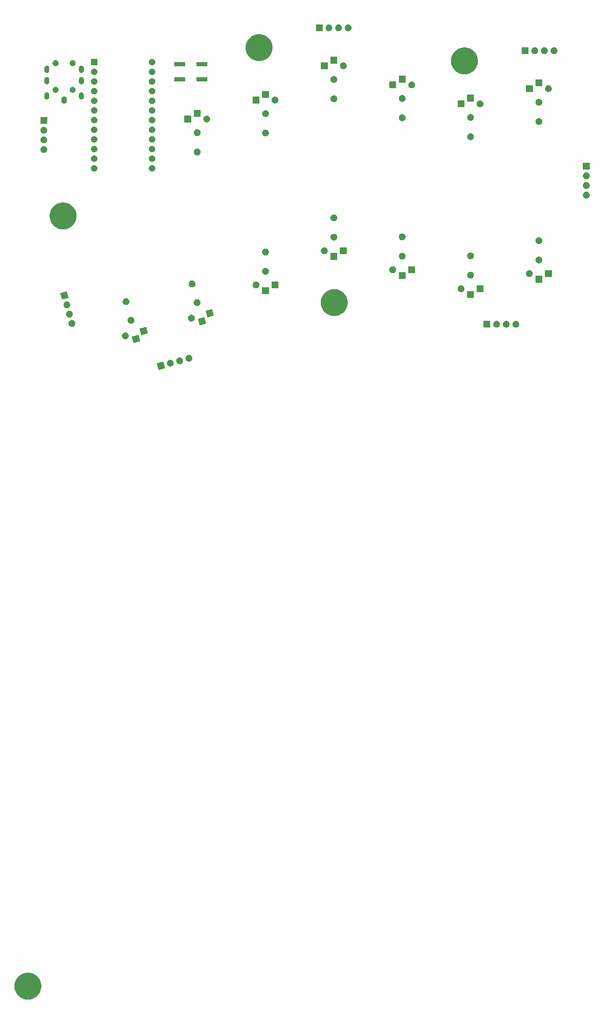
<source format=gbr>
G04 #@! TF.GenerationSoftware,KiCad,Pcbnew,9.0.2*
G04 #@! TF.CreationDate,2025-12-10T20:56:20-05:00*
G04 #@! TF.ProjectId,ThumbsUp,5468756d-6273-4557-902e-6b696361645f,rev?*
G04 #@! TF.SameCoordinates,Original*
G04 #@! TF.FileFunction,Soldermask,Bot*
G04 #@! TF.FilePolarity,Negative*
%FSLAX46Y46*%
G04 Gerber Fmt 4.6, Leading zero omitted, Abs format (unit mm)*
G04 Created by KiCad (PCBNEW 9.0.2) date 2025-12-10 20:56:20*
%MOMM*%
%LPD*%
G01*
G04 APERTURE LIST*
G04 APERTURE END LIST*
G36*
X22921040Y-271687434D02*
G01*
X23262823Y-271755419D01*
X23596296Y-271856577D01*
X23918248Y-271989934D01*
X24225579Y-272154206D01*
X24515328Y-272347810D01*
X24784706Y-272568883D01*
X25031117Y-272815294D01*
X25252190Y-273084672D01*
X25445794Y-273374421D01*
X25610066Y-273681752D01*
X25743423Y-274003704D01*
X25844581Y-274337177D01*
X25912566Y-274678960D01*
X25946723Y-275025761D01*
X25946723Y-275374239D01*
X25912566Y-275721040D01*
X25844581Y-276062823D01*
X25743423Y-276396296D01*
X25610066Y-276718248D01*
X25445794Y-277025579D01*
X25252190Y-277315328D01*
X25031117Y-277584706D01*
X24784706Y-277831117D01*
X24515328Y-278052190D01*
X24225579Y-278245794D01*
X23918248Y-278410066D01*
X23596296Y-278543423D01*
X23262823Y-278644581D01*
X22921040Y-278712566D01*
X22574239Y-278746723D01*
X22225761Y-278746723D01*
X21878960Y-278712566D01*
X21537177Y-278644581D01*
X21203704Y-278543423D01*
X20881752Y-278410066D01*
X20574421Y-278245794D01*
X20284672Y-278052190D01*
X20015294Y-277831117D01*
X19768883Y-277584706D01*
X19547810Y-277315328D01*
X19354206Y-277025579D01*
X19189934Y-276718248D01*
X19056577Y-276396296D01*
X18955419Y-276062823D01*
X18887434Y-275721040D01*
X18853277Y-275374239D01*
X18853277Y-275025761D01*
X18887434Y-274678960D01*
X18955419Y-274337177D01*
X19056577Y-274003704D01*
X19189934Y-273681752D01*
X19354206Y-273374421D01*
X19547810Y-273084672D01*
X19768883Y-272815294D01*
X20015294Y-272568883D01*
X20284672Y-272347810D01*
X20574421Y-272154206D01*
X20881752Y-271989934D01*
X21203704Y-271856577D01*
X21537177Y-271755419D01*
X21878960Y-271687434D01*
X22225761Y-271653277D01*
X22574239Y-271653277D01*
X22921040Y-271687434D01*
G37*
G36*
X58090660Y-110837366D02*
G01*
X58105622Y-110850486D01*
X58114423Y-110868333D01*
X58554415Y-112510407D01*
X58555717Y-112530264D01*
X58549320Y-112549106D01*
X58536200Y-112564068D01*
X58518353Y-112572869D01*
X56876279Y-113012861D01*
X56856422Y-113014163D01*
X56837580Y-113007766D01*
X56822618Y-112994646D01*
X56813817Y-112976799D01*
X56468992Y-111689894D01*
X56377010Y-111346613D01*
X56377009Y-111346611D01*
X56373825Y-111334725D01*
X56372523Y-111314868D01*
X56378920Y-111296026D01*
X56392040Y-111281064D01*
X56409887Y-111272263D01*
X57412477Y-111003620D01*
X58040072Y-110835456D01*
X58040075Y-110835455D01*
X58051961Y-110832271D01*
X58071818Y-110830969D01*
X58090660Y-110837366D01*
G37*
G36*
X60179118Y-110402963D02*
G01*
X60342300Y-110470555D01*
X60489160Y-110568684D01*
X60614054Y-110693578D01*
X60712183Y-110840438D01*
X60779775Y-111003620D01*
X60814233Y-111176853D01*
X60814233Y-111353479D01*
X60779775Y-111526712D01*
X60712183Y-111689894D01*
X60614054Y-111836754D01*
X60489160Y-111961648D01*
X60342300Y-112059777D01*
X60179118Y-112127369D01*
X60005885Y-112161827D01*
X59829259Y-112161827D01*
X59656026Y-112127369D01*
X59492844Y-112059777D01*
X59345984Y-111961648D01*
X59221090Y-111836754D01*
X59122961Y-111689894D01*
X59055369Y-111526712D01*
X59020911Y-111353479D01*
X59020911Y-111176853D01*
X59055369Y-111003620D01*
X59122961Y-110840438D01*
X59221090Y-110693578D01*
X59345984Y-110568684D01*
X59492844Y-110470555D01*
X59656026Y-110402963D01*
X59829259Y-110368505D01*
X60005885Y-110368505D01*
X60179118Y-110402963D01*
G37*
G36*
X62632569Y-109745562D02*
G01*
X62795751Y-109813154D01*
X62942611Y-109911283D01*
X63067505Y-110036177D01*
X63165634Y-110183037D01*
X63233226Y-110346219D01*
X63267684Y-110519452D01*
X63267684Y-110696078D01*
X63233226Y-110869311D01*
X63165634Y-111032493D01*
X63067505Y-111179353D01*
X62942611Y-111304247D01*
X62795751Y-111402376D01*
X62632569Y-111469968D01*
X62459336Y-111504426D01*
X62282710Y-111504426D01*
X62109477Y-111469968D01*
X61946295Y-111402376D01*
X61799435Y-111304247D01*
X61674541Y-111179353D01*
X61576412Y-111032493D01*
X61508820Y-110869311D01*
X61474362Y-110696078D01*
X61474362Y-110519452D01*
X61508820Y-110346219D01*
X61576412Y-110183037D01*
X61674541Y-110036177D01*
X61799435Y-109911283D01*
X61946295Y-109813154D01*
X62109477Y-109745562D01*
X62282710Y-109711104D01*
X62459336Y-109711104D01*
X62632569Y-109745562D01*
G37*
G36*
X65086021Y-109088162D02*
G01*
X65249203Y-109155754D01*
X65396063Y-109253883D01*
X65520957Y-109378777D01*
X65619086Y-109525637D01*
X65686678Y-109688819D01*
X65721136Y-109862052D01*
X65721136Y-110038678D01*
X65686678Y-110211911D01*
X65619086Y-110375093D01*
X65520957Y-110521953D01*
X65396063Y-110646847D01*
X65249203Y-110744976D01*
X65086021Y-110812568D01*
X64912788Y-110847026D01*
X64736162Y-110847026D01*
X64562929Y-110812568D01*
X64399747Y-110744976D01*
X64252887Y-110646847D01*
X64127993Y-110521953D01*
X64029864Y-110375093D01*
X63962272Y-110211911D01*
X63927814Y-110038678D01*
X63927814Y-109862052D01*
X63962272Y-109688819D01*
X64029864Y-109525637D01*
X64127993Y-109378777D01*
X64252887Y-109253883D01*
X64399747Y-109155754D01*
X64562929Y-109088162D01*
X64736162Y-109053704D01*
X64912788Y-109053704D01*
X65086021Y-109088162D01*
G37*
G36*
X51516859Y-103783009D02*
G01*
X51531820Y-103796129D01*
X51540621Y-103813976D01*
X51981080Y-105457788D01*
X51982381Y-105477645D01*
X51975984Y-105496488D01*
X51962864Y-105511449D01*
X51945017Y-105520250D01*
X50301205Y-105960709D01*
X50281348Y-105962010D01*
X50262505Y-105955613D01*
X50247544Y-105942493D01*
X50238743Y-105924646D01*
X49798284Y-104280834D01*
X49796983Y-104260977D01*
X49803380Y-104242134D01*
X49816500Y-104227173D01*
X49834347Y-104218372D01*
X51478159Y-103777913D01*
X51498016Y-103776612D01*
X51516859Y-103783009D01*
G37*
G36*
X48348447Y-103204406D02*
G01*
X48511792Y-103272065D01*
X48658798Y-103370292D01*
X48783817Y-103495311D01*
X48882044Y-103642317D01*
X48949703Y-103805662D01*
X48984196Y-103979068D01*
X48984196Y-104155872D01*
X48949703Y-104329278D01*
X48882044Y-104492623D01*
X48783817Y-104639629D01*
X48658798Y-104764648D01*
X48511792Y-104862875D01*
X48348447Y-104930534D01*
X48175041Y-104965027D01*
X47998237Y-104965027D01*
X47824831Y-104930534D01*
X47661486Y-104862875D01*
X47514480Y-104764648D01*
X47389461Y-104639629D01*
X47291234Y-104492623D01*
X47223575Y-104329278D01*
X47189082Y-104155872D01*
X47189082Y-103979068D01*
X47223575Y-103805662D01*
X47291234Y-103642317D01*
X47389461Y-103495311D01*
X47514480Y-103370292D01*
X47661486Y-103272065D01*
X47824831Y-103204406D01*
X47998237Y-103169913D01*
X48175041Y-103169913D01*
X48348447Y-103204406D01*
G37*
G36*
X53543445Y-101687073D02*
G01*
X53558406Y-101700193D01*
X53567207Y-101718040D01*
X54007666Y-103361852D01*
X54008967Y-103381709D01*
X54002570Y-103400552D01*
X53989450Y-103415513D01*
X53971603Y-103424314D01*
X52327791Y-103864773D01*
X52307934Y-103866074D01*
X52289091Y-103859677D01*
X52274130Y-103846557D01*
X52265329Y-103828710D01*
X51824870Y-102184898D01*
X51823569Y-102165041D01*
X51829966Y-102146198D01*
X51843086Y-102131237D01*
X51860933Y-102122436D01*
X53504745Y-101681977D01*
X53524602Y-101680676D01*
X53543445Y-101687073D01*
G37*
G36*
X144189517Y-100102882D02*
G01*
X144206062Y-100113938D01*
X144217118Y-100130483D01*
X144221000Y-100150000D01*
X144221000Y-101850000D01*
X144217118Y-101869517D01*
X144206062Y-101886062D01*
X144189517Y-101897118D01*
X144170000Y-101901000D01*
X142470000Y-101901000D01*
X142450483Y-101897118D01*
X142433938Y-101886062D01*
X142422882Y-101869517D01*
X142419000Y-101850000D01*
X142419000Y-100150000D01*
X142422882Y-100130483D01*
X142433938Y-100113938D01*
X142450483Y-100102882D01*
X142470000Y-100099000D01*
X144170000Y-100099000D01*
X144189517Y-100102882D01*
G37*
G36*
X146121546Y-100137797D02*
G01*
X146284728Y-100205389D01*
X146431588Y-100303518D01*
X146556482Y-100428412D01*
X146654611Y-100575272D01*
X146722203Y-100738454D01*
X146756661Y-100911687D01*
X146756661Y-101088313D01*
X146722203Y-101261546D01*
X146654611Y-101424728D01*
X146556482Y-101571588D01*
X146431588Y-101696482D01*
X146284728Y-101794611D01*
X146121546Y-101862203D01*
X145948313Y-101896661D01*
X145771687Y-101896661D01*
X145598454Y-101862203D01*
X145435272Y-101794611D01*
X145288412Y-101696482D01*
X145163518Y-101571588D01*
X145065389Y-101424728D01*
X144997797Y-101261546D01*
X144963339Y-101088313D01*
X144963339Y-100911687D01*
X144997797Y-100738454D01*
X145065389Y-100575272D01*
X145163518Y-100428412D01*
X145288412Y-100303518D01*
X145435272Y-100205389D01*
X145598454Y-100137797D01*
X145771687Y-100103339D01*
X145948313Y-100103339D01*
X146121546Y-100137797D01*
G37*
G36*
X148661546Y-100137797D02*
G01*
X148824728Y-100205389D01*
X148971588Y-100303518D01*
X149096482Y-100428412D01*
X149194611Y-100575272D01*
X149262203Y-100738454D01*
X149296661Y-100911687D01*
X149296661Y-101088313D01*
X149262203Y-101261546D01*
X149194611Y-101424728D01*
X149096482Y-101571588D01*
X148971588Y-101696482D01*
X148824728Y-101794611D01*
X148661546Y-101862203D01*
X148488313Y-101896661D01*
X148311687Y-101896661D01*
X148138454Y-101862203D01*
X147975272Y-101794611D01*
X147828412Y-101696482D01*
X147703518Y-101571588D01*
X147605389Y-101424728D01*
X147537797Y-101261546D01*
X147503339Y-101088313D01*
X147503339Y-100911687D01*
X147537797Y-100738454D01*
X147605389Y-100575272D01*
X147703518Y-100428412D01*
X147828412Y-100303518D01*
X147975272Y-100205389D01*
X148138454Y-100137797D01*
X148311687Y-100103339D01*
X148488313Y-100103339D01*
X148661546Y-100137797D01*
G37*
G36*
X151201546Y-100137797D02*
G01*
X151364728Y-100205389D01*
X151511588Y-100303518D01*
X151636482Y-100428412D01*
X151734611Y-100575272D01*
X151802203Y-100738454D01*
X151836661Y-100911687D01*
X151836661Y-101088313D01*
X151802203Y-101261546D01*
X151734611Y-101424728D01*
X151636482Y-101571588D01*
X151511588Y-101696482D01*
X151364728Y-101794611D01*
X151201546Y-101862203D01*
X151028313Y-101896661D01*
X150851687Y-101896661D01*
X150678454Y-101862203D01*
X150515272Y-101794611D01*
X150368412Y-101696482D01*
X150243518Y-101571588D01*
X150145389Y-101424728D01*
X150077797Y-101261546D01*
X150043339Y-101088313D01*
X150043339Y-100911687D01*
X150077797Y-100738454D01*
X150145389Y-100575272D01*
X150243518Y-100428412D01*
X150368412Y-100303518D01*
X150515272Y-100205389D01*
X150678454Y-100137797D01*
X150851687Y-100103339D01*
X151028313Y-100103339D01*
X151201546Y-100137797D01*
G37*
G36*
X34261546Y-99937797D02*
G01*
X34424728Y-100005389D01*
X34571588Y-100103518D01*
X34696482Y-100228412D01*
X34794611Y-100375272D01*
X34862203Y-100538454D01*
X34896661Y-100711687D01*
X34896661Y-100888313D01*
X34862203Y-101061546D01*
X34794611Y-101224728D01*
X34696482Y-101371588D01*
X34571588Y-101496482D01*
X34424728Y-101594611D01*
X34261546Y-101662203D01*
X34088313Y-101696661D01*
X33911687Y-101696661D01*
X33738454Y-101662203D01*
X33575272Y-101594611D01*
X33428412Y-101496482D01*
X33303518Y-101371588D01*
X33205389Y-101224728D01*
X33137797Y-101061546D01*
X33103339Y-100888313D01*
X33103339Y-100711687D01*
X33137797Y-100538454D01*
X33205389Y-100375272D01*
X33303518Y-100228412D01*
X33428412Y-100103518D01*
X33575272Y-100005389D01*
X33738454Y-99937797D01*
X33911687Y-99903339D01*
X34088313Y-99903339D01*
X34261546Y-99937797D01*
G37*
G36*
X68903524Y-99124266D02*
G01*
X68918485Y-99137386D01*
X68927286Y-99155233D01*
X69367745Y-100799045D01*
X69369046Y-100818902D01*
X69362649Y-100837745D01*
X69349529Y-100852706D01*
X69331682Y-100861507D01*
X67687870Y-101301966D01*
X67668013Y-101303267D01*
X67649170Y-101296870D01*
X67634209Y-101283750D01*
X67625408Y-101265903D01*
X67184949Y-99622091D01*
X67183648Y-99602234D01*
X67190045Y-99583391D01*
X67203165Y-99568430D01*
X67221012Y-99559629D01*
X68864824Y-99119170D01*
X68884681Y-99117869D01*
X68903524Y-99124266D01*
G37*
G36*
X49836689Y-99099344D02*
G01*
X50000034Y-99167003D01*
X50147040Y-99265230D01*
X50272059Y-99390249D01*
X50370286Y-99537255D01*
X50437945Y-99700600D01*
X50472438Y-99874006D01*
X50472438Y-100050810D01*
X50437945Y-100224216D01*
X50370286Y-100387561D01*
X50272059Y-100534567D01*
X50147040Y-100659586D01*
X50000034Y-100757813D01*
X49836689Y-100825472D01*
X49663283Y-100859965D01*
X49486479Y-100859965D01*
X49313073Y-100825472D01*
X49149728Y-100757813D01*
X49002722Y-100659586D01*
X48877703Y-100534567D01*
X48779476Y-100387561D01*
X48711817Y-100224216D01*
X48677324Y-100050810D01*
X48677324Y-99874006D01*
X48711817Y-99700600D01*
X48779476Y-99537255D01*
X48877703Y-99390249D01*
X49002722Y-99265230D01*
X49149728Y-99167003D01*
X49313073Y-99099344D01*
X49486479Y-99064851D01*
X49663283Y-99064851D01*
X49836689Y-99099344D01*
G37*
G36*
X65735112Y-98545663D02*
G01*
X65898457Y-98613322D01*
X66045463Y-98711549D01*
X66170482Y-98836568D01*
X66268709Y-98983574D01*
X66336368Y-99146919D01*
X66370861Y-99320325D01*
X66370861Y-99497129D01*
X66336368Y-99670535D01*
X66268709Y-99833880D01*
X66170482Y-99980886D01*
X66045463Y-100105905D01*
X65898457Y-100204132D01*
X65735112Y-100271791D01*
X65561706Y-100306284D01*
X65384902Y-100306284D01*
X65211496Y-100271791D01*
X65048151Y-100204132D01*
X64901145Y-100105905D01*
X64776126Y-99980886D01*
X64677899Y-99833880D01*
X64610240Y-99670535D01*
X64575747Y-99497129D01*
X64575747Y-99320325D01*
X64610240Y-99146919D01*
X64677899Y-98983574D01*
X64776126Y-98836568D01*
X64901145Y-98711549D01*
X65048151Y-98613322D01*
X65211496Y-98545663D01*
X65384902Y-98511170D01*
X65561706Y-98511170D01*
X65735112Y-98545663D01*
G37*
G36*
X33604146Y-97484345D02*
G01*
X33767328Y-97551937D01*
X33914188Y-97650066D01*
X34039082Y-97774960D01*
X34137211Y-97921820D01*
X34204803Y-98085002D01*
X34239261Y-98258235D01*
X34239261Y-98434861D01*
X34204803Y-98608094D01*
X34137211Y-98771276D01*
X34039082Y-98918136D01*
X33914188Y-99043030D01*
X33767328Y-99141159D01*
X33604146Y-99208751D01*
X33430913Y-99243209D01*
X33254287Y-99243209D01*
X33081054Y-99208751D01*
X32917872Y-99141159D01*
X32771012Y-99043030D01*
X32646118Y-98918136D01*
X32547989Y-98771276D01*
X32480397Y-98608094D01*
X32445939Y-98434861D01*
X32445939Y-98258235D01*
X32480397Y-98085002D01*
X32547989Y-97921820D01*
X32646118Y-97774960D01*
X32771012Y-97650066D01*
X32917872Y-97551937D01*
X33081054Y-97484345D01*
X33254287Y-97449887D01*
X33430913Y-97449887D01*
X33604146Y-97484345D01*
G37*
G36*
X70930110Y-97028330D02*
G01*
X70945071Y-97041450D01*
X70953872Y-97059297D01*
X71394331Y-98703109D01*
X71395632Y-98722966D01*
X71389235Y-98741809D01*
X71376115Y-98756770D01*
X71358268Y-98765571D01*
X69714456Y-99206030D01*
X69694599Y-99207331D01*
X69675756Y-99200934D01*
X69660795Y-99187814D01*
X69651994Y-99169967D01*
X69211535Y-97526155D01*
X69210234Y-97506298D01*
X69216631Y-97487455D01*
X69229751Y-97472494D01*
X69247598Y-97463693D01*
X70891410Y-97023234D01*
X70911267Y-97021933D01*
X70930110Y-97028330D01*
G37*
G36*
X103621040Y-91787434D02*
G01*
X103962823Y-91855419D01*
X104296296Y-91956577D01*
X104618248Y-92089934D01*
X104925579Y-92254206D01*
X105215328Y-92447810D01*
X105484706Y-92668883D01*
X105731117Y-92915294D01*
X105952190Y-93184672D01*
X106145794Y-93474421D01*
X106310066Y-93781752D01*
X106443423Y-94103704D01*
X106544581Y-94437177D01*
X106612566Y-94778960D01*
X106646723Y-95125761D01*
X106646723Y-95474239D01*
X106612566Y-95821040D01*
X106544581Y-96162823D01*
X106443423Y-96496296D01*
X106310066Y-96818248D01*
X106145794Y-97125579D01*
X105952190Y-97415328D01*
X105731117Y-97684706D01*
X105484706Y-97931117D01*
X105215328Y-98152190D01*
X104925579Y-98345794D01*
X104618248Y-98510066D01*
X104296296Y-98643423D01*
X103962823Y-98744581D01*
X103621040Y-98812566D01*
X103274239Y-98846723D01*
X102925761Y-98846723D01*
X102578960Y-98812566D01*
X102237177Y-98744581D01*
X101903704Y-98643423D01*
X101581752Y-98510066D01*
X101274421Y-98345794D01*
X100984672Y-98152190D01*
X100715294Y-97931117D01*
X100468883Y-97684706D01*
X100247810Y-97415328D01*
X100054206Y-97125579D01*
X99889934Y-96818248D01*
X99756577Y-96496296D01*
X99655419Y-96162823D01*
X99587434Y-95821040D01*
X99553277Y-95474239D01*
X99553277Y-95125761D01*
X99587434Y-94778960D01*
X99655419Y-94437177D01*
X99756577Y-94103704D01*
X99889934Y-93781752D01*
X100054206Y-93474421D01*
X100247810Y-93184672D01*
X100468883Y-92915294D01*
X100715294Y-92668883D01*
X100984672Y-92447810D01*
X101274421Y-92254206D01*
X101581752Y-92089934D01*
X101903704Y-91956577D01*
X102237177Y-91855419D01*
X102578960Y-91787434D01*
X102925761Y-91753277D01*
X103274239Y-91753277D01*
X103621040Y-91787434D01*
G37*
G36*
X32946745Y-95030894D02*
G01*
X33109927Y-95098486D01*
X33256787Y-95196615D01*
X33381681Y-95321509D01*
X33479810Y-95468369D01*
X33547402Y-95631551D01*
X33581860Y-95804784D01*
X33581860Y-95981410D01*
X33547402Y-96154643D01*
X33479810Y-96317825D01*
X33381681Y-96464685D01*
X33256787Y-96589579D01*
X33109927Y-96687708D01*
X32946745Y-96755300D01*
X32773512Y-96789758D01*
X32596886Y-96789758D01*
X32423653Y-96755300D01*
X32260471Y-96687708D01*
X32113611Y-96589579D01*
X31988717Y-96464685D01*
X31890588Y-96317825D01*
X31822996Y-96154643D01*
X31788538Y-95981410D01*
X31788538Y-95804784D01*
X31822996Y-95631551D01*
X31890588Y-95468369D01*
X31988717Y-95321509D01*
X32113611Y-95196615D01*
X32260471Y-95098486D01*
X32423653Y-95030894D01*
X32596886Y-94996436D01*
X32773512Y-94996436D01*
X32946745Y-95030894D01*
G37*
G36*
X67223354Y-94440601D02*
G01*
X67386699Y-94508260D01*
X67533705Y-94606487D01*
X67658724Y-94731506D01*
X67756951Y-94878512D01*
X67824610Y-95041857D01*
X67859103Y-95215263D01*
X67859103Y-95392067D01*
X67824610Y-95565473D01*
X67756951Y-95728818D01*
X67658724Y-95875824D01*
X67533705Y-96000843D01*
X67386699Y-96099070D01*
X67223354Y-96166729D01*
X67049948Y-96201222D01*
X66873144Y-96201222D01*
X66699738Y-96166729D01*
X66536393Y-96099070D01*
X66389387Y-96000843D01*
X66264368Y-95875824D01*
X66166141Y-95728818D01*
X66098482Y-95565473D01*
X66063989Y-95392067D01*
X66063989Y-95215263D01*
X66098482Y-95041857D01*
X66166141Y-94878512D01*
X66264368Y-94731506D01*
X66389387Y-94606487D01*
X66536393Y-94508260D01*
X66699738Y-94440601D01*
X66873144Y-94406108D01*
X67049948Y-94406108D01*
X67223354Y-94440601D01*
G37*
G36*
X48521889Y-94192442D02*
G01*
X48685234Y-94260101D01*
X48832240Y-94358328D01*
X48957259Y-94483347D01*
X49055486Y-94630353D01*
X49123145Y-94793698D01*
X49157638Y-94967104D01*
X49157638Y-95143908D01*
X49123145Y-95317314D01*
X49055486Y-95480659D01*
X48957259Y-95627665D01*
X48832240Y-95752684D01*
X48685234Y-95850911D01*
X48521889Y-95918570D01*
X48348483Y-95953063D01*
X48171679Y-95953063D01*
X47998273Y-95918570D01*
X47834928Y-95850911D01*
X47687922Y-95752684D01*
X47562903Y-95627665D01*
X47464676Y-95480659D01*
X47397017Y-95317314D01*
X47362524Y-95143908D01*
X47362524Y-94967104D01*
X47397017Y-94793698D01*
X47464676Y-94630353D01*
X47562903Y-94483347D01*
X47687922Y-94358328D01*
X47834928Y-94260101D01*
X47998273Y-94192442D01*
X48171679Y-94157949D01*
X48348483Y-94157949D01*
X48521889Y-94192442D01*
G37*
G36*
X32654339Y-92354445D02*
G01*
X32669301Y-92367565D01*
X32678102Y-92385412D01*
X33118094Y-94027486D01*
X33119396Y-94047343D01*
X33112999Y-94066185D01*
X33099879Y-94081147D01*
X33082032Y-94089948D01*
X31439958Y-94529940D01*
X31420101Y-94531242D01*
X31401259Y-94524845D01*
X31386297Y-94511725D01*
X31377496Y-94493878D01*
X30985112Y-93029480D01*
X30940689Y-92863692D01*
X30940688Y-92863690D01*
X30937504Y-92851804D01*
X30936202Y-92831947D01*
X30942599Y-92813105D01*
X30955719Y-92798143D01*
X30973566Y-92789342D01*
X31969491Y-92522485D01*
X32603751Y-92352535D01*
X32603754Y-92352534D01*
X32615640Y-92349350D01*
X32635497Y-92348048D01*
X32654339Y-92354445D01*
G37*
G36*
X139870417Y-92261982D02*
G01*
X139886962Y-92273038D01*
X139898018Y-92289583D01*
X139901900Y-92309100D01*
X139901900Y-94010900D01*
X139898018Y-94030417D01*
X139886962Y-94046962D01*
X139870417Y-94058018D01*
X139850900Y-94061900D01*
X138149100Y-94061900D01*
X138129583Y-94058018D01*
X138113038Y-94046962D01*
X138101982Y-94030417D01*
X138098100Y-94010900D01*
X138098100Y-92309100D01*
X138101982Y-92289583D01*
X138113038Y-92273038D01*
X138129583Y-92261982D01*
X138149100Y-92258100D01*
X139850900Y-92258100D01*
X139870417Y-92261982D01*
G37*
G36*
X85870417Y-91261982D02*
G01*
X85886962Y-91273038D01*
X85898018Y-91289583D01*
X85901900Y-91309100D01*
X85901900Y-93010900D01*
X85898018Y-93030417D01*
X85886962Y-93046962D01*
X85870417Y-93058018D01*
X85850900Y-93061900D01*
X84149100Y-93061900D01*
X84129583Y-93058018D01*
X84113038Y-93046962D01*
X84101982Y-93030417D01*
X84098100Y-93010900D01*
X84098100Y-91309100D01*
X84101982Y-91289583D01*
X84113038Y-91273038D01*
X84129583Y-91261982D01*
X84149100Y-91258100D01*
X85850900Y-91258100D01*
X85870417Y-91261982D01*
G37*
G36*
X142370417Y-90761982D02*
G01*
X142386962Y-90773038D01*
X142398018Y-90789583D01*
X142401900Y-90809100D01*
X142401900Y-92510900D01*
X142398018Y-92530417D01*
X142386962Y-92546962D01*
X142370417Y-92558018D01*
X142350900Y-92561900D01*
X140649100Y-92561900D01*
X140629583Y-92558018D01*
X140613038Y-92546962D01*
X140601982Y-92530417D01*
X140598100Y-92510900D01*
X140598100Y-90809100D01*
X140601982Y-90789583D01*
X140613038Y-90773038D01*
X140629583Y-90761982D01*
X140649100Y-90758100D01*
X142350900Y-90758100D01*
X142370417Y-90761982D01*
G37*
G36*
X136761808Y-90796936D02*
G01*
X136925153Y-90864595D01*
X137072159Y-90962822D01*
X137197178Y-91087841D01*
X137295405Y-91234847D01*
X137363064Y-91398192D01*
X137397557Y-91571598D01*
X137397557Y-91748402D01*
X137363064Y-91921808D01*
X137295405Y-92085153D01*
X137197178Y-92232159D01*
X137072159Y-92357178D01*
X136925153Y-92455405D01*
X136761808Y-92523064D01*
X136588402Y-92557557D01*
X136411598Y-92557557D01*
X136238192Y-92523064D01*
X136074847Y-92455405D01*
X135927841Y-92357178D01*
X135802822Y-92232159D01*
X135704595Y-92085153D01*
X135636936Y-91921808D01*
X135602443Y-91748402D01*
X135602443Y-91571598D01*
X135636936Y-91398192D01*
X135704595Y-91234847D01*
X135802822Y-91087841D01*
X135927841Y-90962822D01*
X136074847Y-90864595D01*
X136238192Y-90796936D01*
X136411598Y-90762443D01*
X136588402Y-90762443D01*
X136761808Y-90796936D01*
G37*
G36*
X88370417Y-89761982D02*
G01*
X88386962Y-89773038D01*
X88398018Y-89789583D01*
X88401900Y-89809100D01*
X88401900Y-91510900D01*
X88398018Y-91530417D01*
X88386962Y-91546962D01*
X88370417Y-91558018D01*
X88350900Y-91561900D01*
X86649100Y-91561900D01*
X86629583Y-91558018D01*
X86613038Y-91546962D01*
X86601982Y-91530417D01*
X86598100Y-91510900D01*
X86598100Y-89809100D01*
X86601982Y-89789583D01*
X86613038Y-89773038D01*
X86629583Y-89761982D01*
X86649100Y-89758100D01*
X88350900Y-89758100D01*
X88370417Y-89761982D01*
G37*
G36*
X82761808Y-89796936D02*
G01*
X82925153Y-89864595D01*
X83072159Y-89962822D01*
X83197178Y-90087841D01*
X83295405Y-90234847D01*
X83363064Y-90398192D01*
X83397557Y-90571598D01*
X83397557Y-90748402D01*
X83363064Y-90921808D01*
X83295405Y-91085153D01*
X83197178Y-91232159D01*
X83072159Y-91357178D01*
X82925153Y-91455405D01*
X82761808Y-91523064D01*
X82588402Y-91557557D01*
X82411598Y-91557557D01*
X82238192Y-91523064D01*
X82074847Y-91455405D01*
X81927841Y-91357178D01*
X81802822Y-91232159D01*
X81704595Y-91085153D01*
X81636936Y-90921808D01*
X81602443Y-90748402D01*
X81602443Y-90571598D01*
X81636936Y-90398192D01*
X81704595Y-90234847D01*
X81802822Y-90087841D01*
X81927841Y-89962822D01*
X82074847Y-89864595D01*
X82238192Y-89796936D01*
X82411598Y-89762443D01*
X82588402Y-89762443D01*
X82761808Y-89796936D01*
G37*
G36*
X65908554Y-89533699D02*
G01*
X66071899Y-89601358D01*
X66218905Y-89699585D01*
X66343924Y-89824604D01*
X66442151Y-89971610D01*
X66509810Y-90134955D01*
X66544303Y-90308361D01*
X66544303Y-90485165D01*
X66509810Y-90658571D01*
X66442151Y-90821916D01*
X66343924Y-90968922D01*
X66218905Y-91093941D01*
X66071899Y-91192168D01*
X65908554Y-91259827D01*
X65735148Y-91294320D01*
X65558344Y-91294320D01*
X65384938Y-91259827D01*
X65221593Y-91192168D01*
X65074587Y-91093941D01*
X64949568Y-90968922D01*
X64851341Y-90821916D01*
X64783682Y-90658571D01*
X64749189Y-90485165D01*
X64749189Y-90308361D01*
X64783682Y-90134955D01*
X64851341Y-89971610D01*
X64949568Y-89824604D01*
X65074587Y-89699585D01*
X65221593Y-89601358D01*
X65384938Y-89533699D01*
X65558344Y-89499206D01*
X65735148Y-89499206D01*
X65908554Y-89533699D01*
G37*
G36*
X157870417Y-88261982D02*
G01*
X157886962Y-88273038D01*
X157898018Y-88289583D01*
X157901900Y-88309100D01*
X157901900Y-90010900D01*
X157898018Y-90030417D01*
X157886962Y-90046962D01*
X157870417Y-90058018D01*
X157850900Y-90061900D01*
X156149100Y-90061900D01*
X156129583Y-90058018D01*
X156113038Y-90046962D01*
X156101982Y-90030417D01*
X156098100Y-90010900D01*
X156098100Y-88309100D01*
X156101982Y-88289583D01*
X156113038Y-88273038D01*
X156129583Y-88261982D01*
X156149100Y-88258100D01*
X157850900Y-88258100D01*
X157870417Y-88261982D01*
G37*
G36*
X121870417Y-87261982D02*
G01*
X121886962Y-87273038D01*
X121898018Y-87289583D01*
X121901900Y-87309100D01*
X121901900Y-89010900D01*
X121898018Y-89030417D01*
X121886962Y-89046962D01*
X121870417Y-89058018D01*
X121850900Y-89061900D01*
X120149100Y-89061900D01*
X120129583Y-89058018D01*
X120113038Y-89046962D01*
X120101982Y-89030417D01*
X120098100Y-89010900D01*
X120098100Y-87309100D01*
X120101982Y-87289583D01*
X120113038Y-87273038D01*
X120129583Y-87261982D01*
X120149100Y-87258100D01*
X121850900Y-87258100D01*
X121870417Y-87261982D01*
G37*
G36*
X139261808Y-87216936D02*
G01*
X139425153Y-87284595D01*
X139572159Y-87382822D01*
X139697178Y-87507841D01*
X139795405Y-87654847D01*
X139863064Y-87818192D01*
X139897557Y-87991598D01*
X139897557Y-88168402D01*
X139863064Y-88341808D01*
X139795405Y-88505153D01*
X139697178Y-88652159D01*
X139572159Y-88777178D01*
X139425153Y-88875405D01*
X139261808Y-88943064D01*
X139088402Y-88977557D01*
X138911598Y-88977557D01*
X138738192Y-88943064D01*
X138574847Y-88875405D01*
X138427841Y-88777178D01*
X138302822Y-88652159D01*
X138204595Y-88505153D01*
X138136936Y-88341808D01*
X138102443Y-88168402D01*
X138102443Y-87991598D01*
X138136936Y-87818192D01*
X138204595Y-87654847D01*
X138302822Y-87507841D01*
X138427841Y-87382822D01*
X138574847Y-87284595D01*
X138738192Y-87216936D01*
X138911598Y-87182443D01*
X139088402Y-87182443D01*
X139261808Y-87216936D01*
G37*
G36*
X160370417Y-86761982D02*
G01*
X160386962Y-86773038D01*
X160398018Y-86789583D01*
X160401900Y-86809100D01*
X160401900Y-88510900D01*
X160398018Y-88530417D01*
X160386962Y-88546962D01*
X160370417Y-88558018D01*
X160350900Y-88561900D01*
X158649100Y-88561900D01*
X158629583Y-88558018D01*
X158613038Y-88546962D01*
X158601982Y-88530417D01*
X158598100Y-88510900D01*
X158598100Y-86809100D01*
X158601982Y-86789583D01*
X158613038Y-86773038D01*
X158629583Y-86761982D01*
X158649100Y-86758100D01*
X160350900Y-86758100D01*
X160370417Y-86761982D01*
G37*
G36*
X154761808Y-86796936D02*
G01*
X154925153Y-86864595D01*
X155072159Y-86962822D01*
X155197178Y-87087841D01*
X155295405Y-87234847D01*
X155363064Y-87398192D01*
X155397557Y-87571598D01*
X155397557Y-87748402D01*
X155363064Y-87921808D01*
X155295405Y-88085153D01*
X155197178Y-88232159D01*
X155072159Y-88357178D01*
X154925153Y-88455405D01*
X154761808Y-88523064D01*
X154588402Y-88557557D01*
X154411598Y-88557557D01*
X154238192Y-88523064D01*
X154074847Y-88455405D01*
X153927841Y-88357178D01*
X153802822Y-88232159D01*
X153704595Y-88085153D01*
X153636936Y-87921808D01*
X153602443Y-87748402D01*
X153602443Y-87571598D01*
X153636936Y-87398192D01*
X153704595Y-87234847D01*
X153802822Y-87087841D01*
X153927841Y-86962822D01*
X154074847Y-86864595D01*
X154238192Y-86796936D01*
X154411598Y-86762443D01*
X154588402Y-86762443D01*
X154761808Y-86796936D01*
G37*
G36*
X85261808Y-86216936D02*
G01*
X85425153Y-86284595D01*
X85572159Y-86382822D01*
X85697178Y-86507841D01*
X85795405Y-86654847D01*
X85863064Y-86818192D01*
X85897557Y-86991598D01*
X85897557Y-87168402D01*
X85863064Y-87341808D01*
X85795405Y-87505153D01*
X85697178Y-87652159D01*
X85572159Y-87777178D01*
X85425153Y-87875405D01*
X85261808Y-87943064D01*
X85088402Y-87977557D01*
X84911598Y-87977557D01*
X84738192Y-87943064D01*
X84574847Y-87875405D01*
X84427841Y-87777178D01*
X84302822Y-87652159D01*
X84204595Y-87505153D01*
X84136936Y-87341808D01*
X84102443Y-87168402D01*
X84102443Y-86991598D01*
X84136936Y-86818192D01*
X84204595Y-86654847D01*
X84302822Y-86507841D01*
X84427841Y-86382822D01*
X84574847Y-86284595D01*
X84738192Y-86216936D01*
X84911598Y-86182443D01*
X85088402Y-86182443D01*
X85261808Y-86216936D01*
G37*
G36*
X124370417Y-85761982D02*
G01*
X124386962Y-85773038D01*
X124398018Y-85789583D01*
X124401900Y-85809100D01*
X124401900Y-87510900D01*
X124398018Y-87530417D01*
X124386962Y-87546962D01*
X124370417Y-87558018D01*
X124350900Y-87561900D01*
X122649100Y-87561900D01*
X122629583Y-87558018D01*
X122613038Y-87546962D01*
X122601982Y-87530417D01*
X122598100Y-87510900D01*
X122598100Y-85809100D01*
X122601982Y-85789583D01*
X122613038Y-85773038D01*
X122629583Y-85761982D01*
X122649100Y-85758100D01*
X124350900Y-85758100D01*
X124370417Y-85761982D01*
G37*
G36*
X118761808Y-85796936D02*
G01*
X118925153Y-85864595D01*
X119072159Y-85962822D01*
X119197178Y-86087841D01*
X119295405Y-86234847D01*
X119363064Y-86398192D01*
X119397557Y-86571598D01*
X119397557Y-86748402D01*
X119363064Y-86921808D01*
X119295405Y-87085153D01*
X119197178Y-87232159D01*
X119072159Y-87357178D01*
X118925153Y-87455405D01*
X118761808Y-87523064D01*
X118588402Y-87557557D01*
X118411598Y-87557557D01*
X118238192Y-87523064D01*
X118074847Y-87455405D01*
X117927841Y-87357178D01*
X117802822Y-87232159D01*
X117704595Y-87085153D01*
X117636936Y-86921808D01*
X117602443Y-86748402D01*
X117602443Y-86571598D01*
X117636936Y-86398192D01*
X117704595Y-86234847D01*
X117802822Y-86087841D01*
X117927841Y-85962822D01*
X118074847Y-85864595D01*
X118238192Y-85796936D01*
X118411598Y-85762443D01*
X118588402Y-85762443D01*
X118761808Y-85796936D01*
G37*
G36*
X157261808Y-83216936D02*
G01*
X157425153Y-83284595D01*
X157572159Y-83382822D01*
X157697178Y-83507841D01*
X157795405Y-83654847D01*
X157863064Y-83818192D01*
X157897557Y-83991598D01*
X157897557Y-84168402D01*
X157863064Y-84341808D01*
X157795405Y-84505153D01*
X157697178Y-84652159D01*
X157572159Y-84777178D01*
X157425153Y-84875405D01*
X157261808Y-84943064D01*
X157088402Y-84977557D01*
X156911598Y-84977557D01*
X156738192Y-84943064D01*
X156574847Y-84875405D01*
X156427841Y-84777178D01*
X156302822Y-84652159D01*
X156204595Y-84505153D01*
X156136936Y-84341808D01*
X156102443Y-84168402D01*
X156102443Y-83991598D01*
X156136936Y-83818192D01*
X156204595Y-83654847D01*
X156302822Y-83507841D01*
X156427841Y-83382822D01*
X156574847Y-83284595D01*
X156738192Y-83216936D01*
X156911598Y-83182443D01*
X157088402Y-83182443D01*
X157261808Y-83216936D01*
G37*
G36*
X103870417Y-82261982D02*
G01*
X103886962Y-82273038D01*
X103898018Y-82289583D01*
X103901900Y-82309100D01*
X103901900Y-84010900D01*
X103898018Y-84030417D01*
X103886962Y-84046962D01*
X103870417Y-84058018D01*
X103850900Y-84061900D01*
X102149100Y-84061900D01*
X102129583Y-84058018D01*
X102113038Y-84046962D01*
X102101982Y-84030417D01*
X102098100Y-84010900D01*
X102098100Y-82309100D01*
X102101982Y-82289583D01*
X102113038Y-82273038D01*
X102129583Y-82261982D01*
X102149100Y-82258100D01*
X103850900Y-82258100D01*
X103870417Y-82261982D01*
G37*
G36*
X121261808Y-82216936D02*
G01*
X121425153Y-82284595D01*
X121572159Y-82382822D01*
X121697178Y-82507841D01*
X121795405Y-82654847D01*
X121863064Y-82818192D01*
X121897557Y-82991598D01*
X121897557Y-83168402D01*
X121863064Y-83341808D01*
X121795405Y-83505153D01*
X121697178Y-83652159D01*
X121572159Y-83777178D01*
X121425153Y-83875405D01*
X121261808Y-83943064D01*
X121088402Y-83977557D01*
X120911598Y-83977557D01*
X120738192Y-83943064D01*
X120574847Y-83875405D01*
X120427841Y-83777178D01*
X120302822Y-83652159D01*
X120204595Y-83505153D01*
X120136936Y-83341808D01*
X120102443Y-83168402D01*
X120102443Y-82991598D01*
X120136936Y-82818192D01*
X120204595Y-82654847D01*
X120302822Y-82507841D01*
X120427841Y-82382822D01*
X120574847Y-82284595D01*
X120738192Y-82216936D01*
X120911598Y-82182443D01*
X121088402Y-82182443D01*
X121261808Y-82216936D01*
G37*
G36*
X139261808Y-82136936D02*
G01*
X139425153Y-82204595D01*
X139572159Y-82302822D01*
X139697178Y-82427841D01*
X139795405Y-82574847D01*
X139863064Y-82738192D01*
X139897557Y-82911598D01*
X139897557Y-83088402D01*
X139863064Y-83261808D01*
X139795405Y-83425153D01*
X139697178Y-83572159D01*
X139572159Y-83697178D01*
X139425153Y-83795405D01*
X139261808Y-83863064D01*
X139088402Y-83897557D01*
X138911598Y-83897557D01*
X138738192Y-83863064D01*
X138574847Y-83795405D01*
X138427841Y-83697178D01*
X138302822Y-83572159D01*
X138204595Y-83425153D01*
X138136936Y-83261808D01*
X138102443Y-83088402D01*
X138102443Y-82911598D01*
X138136936Y-82738192D01*
X138204595Y-82574847D01*
X138302822Y-82427841D01*
X138427841Y-82302822D01*
X138574847Y-82204595D01*
X138738192Y-82136936D01*
X138911598Y-82102443D01*
X139088402Y-82102443D01*
X139261808Y-82136936D01*
G37*
G36*
X85261808Y-81136936D02*
G01*
X85425153Y-81204595D01*
X85572159Y-81302822D01*
X85697178Y-81427841D01*
X85795405Y-81574847D01*
X85863064Y-81738192D01*
X85897557Y-81911598D01*
X85897557Y-82088402D01*
X85863064Y-82261808D01*
X85795405Y-82425153D01*
X85697178Y-82572159D01*
X85572159Y-82697178D01*
X85425153Y-82795405D01*
X85261808Y-82863064D01*
X85088402Y-82897557D01*
X84911598Y-82897557D01*
X84738192Y-82863064D01*
X84574847Y-82795405D01*
X84427841Y-82697178D01*
X84302822Y-82572159D01*
X84204595Y-82425153D01*
X84136936Y-82261808D01*
X84102443Y-82088402D01*
X84102443Y-81911598D01*
X84136936Y-81738192D01*
X84204595Y-81574847D01*
X84302822Y-81427841D01*
X84427841Y-81302822D01*
X84574847Y-81204595D01*
X84738192Y-81136936D01*
X84911598Y-81102443D01*
X85088402Y-81102443D01*
X85261808Y-81136936D01*
G37*
G36*
X106370417Y-80761982D02*
G01*
X106386962Y-80773038D01*
X106398018Y-80789583D01*
X106401900Y-80809100D01*
X106401900Y-82510900D01*
X106398018Y-82530417D01*
X106386962Y-82546962D01*
X106370417Y-82558018D01*
X106350900Y-82561900D01*
X104649100Y-82561900D01*
X104629583Y-82558018D01*
X104613038Y-82546962D01*
X104601982Y-82530417D01*
X104598100Y-82510900D01*
X104598100Y-80809100D01*
X104601982Y-80789583D01*
X104613038Y-80773038D01*
X104629583Y-80761982D01*
X104649100Y-80758100D01*
X106350900Y-80758100D01*
X106370417Y-80761982D01*
G37*
G36*
X100761808Y-80796936D02*
G01*
X100925153Y-80864595D01*
X101072159Y-80962822D01*
X101197178Y-81087841D01*
X101295405Y-81234847D01*
X101363064Y-81398192D01*
X101397557Y-81571598D01*
X101397557Y-81748402D01*
X101363064Y-81921808D01*
X101295405Y-82085153D01*
X101197178Y-82232159D01*
X101072159Y-82357178D01*
X100925153Y-82455405D01*
X100761808Y-82523064D01*
X100588402Y-82557557D01*
X100411598Y-82557557D01*
X100238192Y-82523064D01*
X100074847Y-82455405D01*
X99927841Y-82357178D01*
X99802822Y-82232159D01*
X99704595Y-82085153D01*
X99636936Y-81921808D01*
X99602443Y-81748402D01*
X99602443Y-81571598D01*
X99636936Y-81398192D01*
X99704595Y-81234847D01*
X99802822Y-81087841D01*
X99927841Y-80962822D01*
X100074847Y-80864595D01*
X100238192Y-80796936D01*
X100411598Y-80762443D01*
X100588402Y-80762443D01*
X100761808Y-80796936D01*
G37*
G36*
X157261808Y-78136936D02*
G01*
X157425153Y-78204595D01*
X157572159Y-78302822D01*
X157697178Y-78427841D01*
X157795405Y-78574847D01*
X157863064Y-78738192D01*
X157897557Y-78911598D01*
X157897557Y-79088402D01*
X157863064Y-79261808D01*
X157795405Y-79425153D01*
X157697178Y-79572159D01*
X157572159Y-79697178D01*
X157425153Y-79795405D01*
X157261808Y-79863064D01*
X157088402Y-79897557D01*
X156911598Y-79897557D01*
X156738192Y-79863064D01*
X156574847Y-79795405D01*
X156427841Y-79697178D01*
X156302822Y-79572159D01*
X156204595Y-79425153D01*
X156136936Y-79261808D01*
X156102443Y-79088402D01*
X156102443Y-78911598D01*
X156136936Y-78738192D01*
X156204595Y-78574847D01*
X156302822Y-78427841D01*
X156427841Y-78302822D01*
X156574847Y-78204595D01*
X156738192Y-78136936D01*
X156911598Y-78102443D01*
X157088402Y-78102443D01*
X157261808Y-78136936D01*
G37*
G36*
X103261808Y-77216936D02*
G01*
X103425153Y-77284595D01*
X103572159Y-77382822D01*
X103697178Y-77507841D01*
X103795405Y-77654847D01*
X103863064Y-77818192D01*
X103897557Y-77991598D01*
X103897557Y-78168402D01*
X103863064Y-78341808D01*
X103795405Y-78505153D01*
X103697178Y-78652159D01*
X103572159Y-78777178D01*
X103425153Y-78875405D01*
X103261808Y-78943064D01*
X103088402Y-78977557D01*
X102911598Y-78977557D01*
X102738192Y-78943064D01*
X102574847Y-78875405D01*
X102427841Y-78777178D01*
X102302822Y-78652159D01*
X102204595Y-78505153D01*
X102136936Y-78341808D01*
X102102443Y-78168402D01*
X102102443Y-77991598D01*
X102136936Y-77818192D01*
X102204595Y-77654847D01*
X102302822Y-77507841D01*
X102427841Y-77382822D01*
X102574847Y-77284595D01*
X102738192Y-77216936D01*
X102911598Y-77182443D01*
X103088402Y-77182443D01*
X103261808Y-77216936D01*
G37*
G36*
X121261808Y-77136936D02*
G01*
X121425153Y-77204595D01*
X121572159Y-77302822D01*
X121697178Y-77427841D01*
X121795405Y-77574847D01*
X121863064Y-77738192D01*
X121897557Y-77911598D01*
X121897557Y-78088402D01*
X121863064Y-78261808D01*
X121795405Y-78425153D01*
X121697178Y-78572159D01*
X121572159Y-78697178D01*
X121425153Y-78795405D01*
X121261808Y-78863064D01*
X121088402Y-78897557D01*
X120911598Y-78897557D01*
X120738192Y-78863064D01*
X120574847Y-78795405D01*
X120427841Y-78697178D01*
X120302822Y-78572159D01*
X120204595Y-78425153D01*
X120136936Y-78261808D01*
X120102443Y-78088402D01*
X120102443Y-77911598D01*
X120136936Y-77738192D01*
X120204595Y-77574847D01*
X120302822Y-77427841D01*
X120427841Y-77302822D01*
X120574847Y-77204595D01*
X120738192Y-77136936D01*
X120911598Y-77102443D01*
X121088402Y-77102443D01*
X121261808Y-77136936D01*
G37*
G36*
X32204610Y-68987434D02*
G01*
X32546393Y-69055419D01*
X32879866Y-69156577D01*
X33201818Y-69289934D01*
X33509149Y-69454206D01*
X33798898Y-69647810D01*
X34068276Y-69868883D01*
X34314687Y-70115294D01*
X34535760Y-70384672D01*
X34729364Y-70674421D01*
X34893636Y-70981752D01*
X35026993Y-71303704D01*
X35128151Y-71637177D01*
X35196136Y-71978960D01*
X35230293Y-72325761D01*
X35230293Y-72674239D01*
X35196136Y-73021040D01*
X35128151Y-73362823D01*
X35026993Y-73696296D01*
X34893636Y-74018248D01*
X34729364Y-74325579D01*
X34535760Y-74615328D01*
X34314687Y-74884706D01*
X34068276Y-75131117D01*
X33798898Y-75352190D01*
X33509149Y-75545794D01*
X33201818Y-75710066D01*
X32879866Y-75843423D01*
X32546393Y-75944581D01*
X32204610Y-76012566D01*
X31857809Y-76046723D01*
X31509331Y-76046723D01*
X31162530Y-76012566D01*
X30820747Y-75944581D01*
X30487274Y-75843423D01*
X30165322Y-75710066D01*
X29857991Y-75545794D01*
X29568242Y-75352190D01*
X29298864Y-75131117D01*
X29052453Y-74884706D01*
X28831380Y-74615328D01*
X28637776Y-74325579D01*
X28473504Y-74018248D01*
X28340147Y-73696296D01*
X28238989Y-73362823D01*
X28171004Y-73021040D01*
X28136847Y-72674239D01*
X28136847Y-72325761D01*
X28171004Y-71978960D01*
X28238989Y-71637177D01*
X28340147Y-71303704D01*
X28473504Y-70981752D01*
X28637776Y-70674421D01*
X28831380Y-70384672D01*
X29052453Y-70115294D01*
X29298864Y-69868883D01*
X29568242Y-69647810D01*
X29857991Y-69454206D01*
X30165322Y-69289934D01*
X30487274Y-69156577D01*
X30820747Y-69055419D01*
X31162530Y-68987434D01*
X31509331Y-68953277D01*
X31857809Y-68953277D01*
X32204610Y-68987434D01*
G37*
G36*
X103261808Y-72136936D02*
G01*
X103425153Y-72204595D01*
X103572159Y-72302822D01*
X103697178Y-72427841D01*
X103795405Y-72574847D01*
X103863064Y-72738192D01*
X103897557Y-72911598D01*
X103897557Y-73088402D01*
X103863064Y-73261808D01*
X103795405Y-73425153D01*
X103697178Y-73572159D01*
X103572159Y-73697178D01*
X103425153Y-73795405D01*
X103261808Y-73863064D01*
X103088402Y-73897557D01*
X102911598Y-73897557D01*
X102738192Y-73863064D01*
X102574847Y-73795405D01*
X102427841Y-73697178D01*
X102302822Y-73572159D01*
X102204595Y-73425153D01*
X102136936Y-73261808D01*
X102102443Y-73088402D01*
X102102443Y-72911598D01*
X102136936Y-72738192D01*
X102204595Y-72574847D01*
X102302822Y-72427841D01*
X102427841Y-72302822D01*
X102574847Y-72204595D01*
X102738192Y-72136936D01*
X102911598Y-72102443D01*
X103088402Y-72102443D01*
X103261808Y-72136936D01*
G37*
G36*
X169761546Y-66157797D02*
G01*
X169924728Y-66225389D01*
X170071588Y-66323518D01*
X170196482Y-66448412D01*
X170294611Y-66595272D01*
X170362203Y-66758454D01*
X170396661Y-66931687D01*
X170396661Y-67108313D01*
X170362203Y-67281546D01*
X170294611Y-67444728D01*
X170196482Y-67591588D01*
X170071588Y-67716482D01*
X169924728Y-67814611D01*
X169761546Y-67882203D01*
X169588313Y-67916661D01*
X169411687Y-67916661D01*
X169238454Y-67882203D01*
X169075272Y-67814611D01*
X168928412Y-67716482D01*
X168803518Y-67591588D01*
X168705389Y-67444728D01*
X168637797Y-67281546D01*
X168603339Y-67108313D01*
X168603339Y-66931687D01*
X168637797Y-66758454D01*
X168705389Y-66595272D01*
X168803518Y-66448412D01*
X168928412Y-66323518D01*
X169075272Y-66225389D01*
X169238454Y-66157797D01*
X169411687Y-66123339D01*
X169588313Y-66123339D01*
X169761546Y-66157797D01*
G37*
G36*
X169761546Y-63617797D02*
G01*
X169924728Y-63685389D01*
X170071588Y-63783518D01*
X170196482Y-63908412D01*
X170294611Y-64055272D01*
X170362203Y-64218454D01*
X170396661Y-64391687D01*
X170396661Y-64568313D01*
X170362203Y-64741546D01*
X170294611Y-64904728D01*
X170196482Y-65051588D01*
X170071588Y-65176482D01*
X169924728Y-65274611D01*
X169761546Y-65342203D01*
X169588313Y-65376661D01*
X169411687Y-65376661D01*
X169238454Y-65342203D01*
X169075272Y-65274611D01*
X168928412Y-65176482D01*
X168803518Y-65051588D01*
X168705389Y-64904728D01*
X168637797Y-64741546D01*
X168603339Y-64568313D01*
X168603339Y-64391687D01*
X168637797Y-64218454D01*
X168705389Y-64055272D01*
X168803518Y-63908412D01*
X168928412Y-63783518D01*
X169075272Y-63685389D01*
X169238454Y-63617797D01*
X169411687Y-63583339D01*
X169588313Y-63583339D01*
X169761546Y-63617797D01*
G37*
G36*
X169761546Y-61077797D02*
G01*
X169924728Y-61145389D01*
X170071588Y-61243518D01*
X170196482Y-61368412D01*
X170294611Y-61515272D01*
X170362203Y-61678454D01*
X170396661Y-61851687D01*
X170396661Y-62028313D01*
X170362203Y-62201546D01*
X170294611Y-62364728D01*
X170196482Y-62511588D01*
X170071588Y-62636482D01*
X169924728Y-62734611D01*
X169761546Y-62802203D01*
X169588313Y-62836661D01*
X169411687Y-62836661D01*
X169238454Y-62802203D01*
X169075272Y-62734611D01*
X168928412Y-62636482D01*
X168803518Y-62511588D01*
X168705389Y-62364728D01*
X168637797Y-62201546D01*
X168603339Y-62028313D01*
X168603339Y-61851687D01*
X168637797Y-61678454D01*
X168705389Y-61515272D01*
X168803518Y-61368412D01*
X168928412Y-61243518D01*
X169075272Y-61145389D01*
X169238454Y-61077797D01*
X169411687Y-61043339D01*
X169588313Y-61043339D01*
X169761546Y-61077797D01*
G37*
G36*
X40127032Y-59155644D02*
G01*
X40281159Y-59219485D01*
X40419869Y-59312168D01*
X40537832Y-59430131D01*
X40630515Y-59568841D01*
X40694356Y-59722968D01*
X40726902Y-59886587D01*
X40726902Y-60053413D01*
X40694356Y-60217032D01*
X40630515Y-60371159D01*
X40537832Y-60509869D01*
X40419869Y-60627832D01*
X40281159Y-60720515D01*
X40127032Y-60784356D01*
X39963413Y-60816902D01*
X39796587Y-60816902D01*
X39632968Y-60784356D01*
X39478841Y-60720515D01*
X39340131Y-60627832D01*
X39222168Y-60509869D01*
X39129485Y-60371159D01*
X39065644Y-60217032D01*
X39033098Y-60053413D01*
X39033098Y-59886587D01*
X39065644Y-59722968D01*
X39129485Y-59568841D01*
X39222168Y-59430131D01*
X39340131Y-59312168D01*
X39478841Y-59219485D01*
X39632968Y-59155644D01*
X39796587Y-59123098D01*
X39963413Y-59123098D01*
X40127032Y-59155644D01*
G37*
G36*
X55367032Y-59155644D02*
G01*
X55521159Y-59219485D01*
X55659869Y-59312168D01*
X55777832Y-59430131D01*
X55870515Y-59568841D01*
X55934356Y-59722968D01*
X55966902Y-59886587D01*
X55966902Y-60053413D01*
X55934356Y-60217032D01*
X55870515Y-60371159D01*
X55777832Y-60509869D01*
X55659869Y-60627832D01*
X55521159Y-60720515D01*
X55367032Y-60784356D01*
X55203413Y-60816902D01*
X55036587Y-60816902D01*
X54872968Y-60784356D01*
X54718841Y-60720515D01*
X54580131Y-60627832D01*
X54462168Y-60509869D01*
X54369485Y-60371159D01*
X54305644Y-60217032D01*
X54273098Y-60053413D01*
X54273098Y-59886587D01*
X54305644Y-59722968D01*
X54369485Y-59568841D01*
X54462168Y-59430131D01*
X54580131Y-59312168D01*
X54718841Y-59219485D01*
X54872968Y-59155644D01*
X55036587Y-59123098D01*
X55203413Y-59123098D01*
X55367032Y-59155644D01*
G37*
G36*
X170369517Y-58502882D02*
G01*
X170386062Y-58513938D01*
X170397118Y-58530483D01*
X170401000Y-58550000D01*
X170401000Y-60250000D01*
X170397118Y-60269517D01*
X170386062Y-60286062D01*
X170369517Y-60297118D01*
X170350000Y-60301000D01*
X168650000Y-60301000D01*
X168630483Y-60297118D01*
X168613938Y-60286062D01*
X168602882Y-60269517D01*
X168599000Y-60250000D01*
X168599000Y-58550000D01*
X168602882Y-58530483D01*
X168613938Y-58513938D01*
X168630483Y-58502882D01*
X168650000Y-58499000D01*
X170350000Y-58499000D01*
X170369517Y-58502882D01*
G37*
G36*
X40127032Y-56615644D02*
G01*
X40281159Y-56679485D01*
X40419869Y-56772168D01*
X40537832Y-56890131D01*
X40630515Y-57028841D01*
X40694356Y-57182968D01*
X40726902Y-57346587D01*
X40726902Y-57513413D01*
X40694356Y-57677032D01*
X40630515Y-57831159D01*
X40537832Y-57969869D01*
X40419869Y-58087832D01*
X40281159Y-58180515D01*
X40127032Y-58244356D01*
X39963413Y-58276902D01*
X39796587Y-58276902D01*
X39632968Y-58244356D01*
X39478841Y-58180515D01*
X39340131Y-58087832D01*
X39222168Y-57969869D01*
X39129485Y-57831159D01*
X39065644Y-57677032D01*
X39033098Y-57513413D01*
X39033098Y-57346587D01*
X39065644Y-57182968D01*
X39129485Y-57028841D01*
X39222168Y-56890131D01*
X39340131Y-56772168D01*
X39478841Y-56679485D01*
X39632968Y-56615644D01*
X39796587Y-56583098D01*
X39963413Y-56583098D01*
X40127032Y-56615644D01*
G37*
G36*
X55367032Y-56615644D02*
G01*
X55521159Y-56679485D01*
X55659869Y-56772168D01*
X55777832Y-56890131D01*
X55870515Y-57028841D01*
X55934356Y-57182968D01*
X55966902Y-57346587D01*
X55966902Y-57513413D01*
X55934356Y-57677032D01*
X55870515Y-57831159D01*
X55777832Y-57969869D01*
X55659869Y-58087832D01*
X55521159Y-58180515D01*
X55367032Y-58244356D01*
X55203413Y-58276902D01*
X55036587Y-58276902D01*
X54872968Y-58244356D01*
X54718841Y-58180515D01*
X54580131Y-58087832D01*
X54462168Y-57969869D01*
X54369485Y-57831159D01*
X54305644Y-57677032D01*
X54273098Y-57513413D01*
X54273098Y-57346587D01*
X54305644Y-57182968D01*
X54369485Y-57028841D01*
X54462168Y-56890131D01*
X54580131Y-56772168D01*
X54718841Y-56679485D01*
X54872968Y-56615644D01*
X55036587Y-56583098D01*
X55203413Y-56583098D01*
X55367032Y-56615644D01*
G37*
G36*
X67261808Y-54796936D02*
G01*
X67425153Y-54864595D01*
X67572159Y-54962822D01*
X67697178Y-55087841D01*
X67795405Y-55234847D01*
X67863064Y-55398192D01*
X67897557Y-55571598D01*
X67897557Y-55748402D01*
X67863064Y-55921808D01*
X67795405Y-56085153D01*
X67697178Y-56232159D01*
X67572159Y-56357178D01*
X67425153Y-56455405D01*
X67261808Y-56523064D01*
X67088402Y-56557557D01*
X66911598Y-56557557D01*
X66738192Y-56523064D01*
X66574847Y-56455405D01*
X66427841Y-56357178D01*
X66302822Y-56232159D01*
X66204595Y-56085153D01*
X66136936Y-55921808D01*
X66102443Y-55748402D01*
X66102443Y-55571598D01*
X66136936Y-55398192D01*
X66204595Y-55234847D01*
X66302822Y-55087841D01*
X66427841Y-54962822D01*
X66574847Y-54864595D01*
X66738192Y-54796936D01*
X66911598Y-54762443D01*
X67088402Y-54762443D01*
X67261808Y-54796936D01*
G37*
G36*
X26861546Y-54157797D02*
G01*
X27024728Y-54225389D01*
X27171588Y-54323518D01*
X27296482Y-54448412D01*
X27394611Y-54595272D01*
X27462203Y-54758454D01*
X27496661Y-54931687D01*
X27496661Y-55108313D01*
X27462203Y-55281546D01*
X27394611Y-55444728D01*
X27296482Y-55591588D01*
X27171588Y-55716482D01*
X27024728Y-55814611D01*
X26861546Y-55882203D01*
X26688313Y-55916661D01*
X26511687Y-55916661D01*
X26338454Y-55882203D01*
X26175272Y-55814611D01*
X26028412Y-55716482D01*
X25903518Y-55591588D01*
X25805389Y-55444728D01*
X25737797Y-55281546D01*
X25703339Y-55108313D01*
X25703339Y-54931687D01*
X25737797Y-54758454D01*
X25805389Y-54595272D01*
X25903518Y-54448412D01*
X26028412Y-54323518D01*
X26175272Y-54225389D01*
X26338454Y-54157797D01*
X26511687Y-54123339D01*
X26688313Y-54123339D01*
X26861546Y-54157797D01*
G37*
G36*
X40127032Y-54075644D02*
G01*
X40281159Y-54139485D01*
X40419869Y-54232168D01*
X40537832Y-54350131D01*
X40630515Y-54488841D01*
X40694356Y-54642968D01*
X40726902Y-54806587D01*
X40726902Y-54973413D01*
X40694356Y-55137032D01*
X40630515Y-55291159D01*
X40537832Y-55429869D01*
X40419869Y-55547832D01*
X40281159Y-55640515D01*
X40127032Y-55704356D01*
X39963413Y-55736902D01*
X39796587Y-55736902D01*
X39632968Y-55704356D01*
X39478841Y-55640515D01*
X39340131Y-55547832D01*
X39222168Y-55429869D01*
X39129485Y-55291159D01*
X39065644Y-55137032D01*
X39033098Y-54973413D01*
X39033098Y-54806587D01*
X39065644Y-54642968D01*
X39129485Y-54488841D01*
X39222168Y-54350131D01*
X39340131Y-54232168D01*
X39478841Y-54139485D01*
X39632968Y-54075644D01*
X39796587Y-54043098D01*
X39963413Y-54043098D01*
X40127032Y-54075644D01*
G37*
G36*
X55367032Y-54075644D02*
G01*
X55521159Y-54139485D01*
X55659869Y-54232168D01*
X55777832Y-54350131D01*
X55870515Y-54488841D01*
X55934356Y-54642968D01*
X55966902Y-54806587D01*
X55966902Y-54973413D01*
X55934356Y-55137032D01*
X55870515Y-55291159D01*
X55777832Y-55429869D01*
X55659869Y-55547832D01*
X55521159Y-55640515D01*
X55367032Y-55704356D01*
X55203413Y-55736902D01*
X55036587Y-55736902D01*
X54872968Y-55704356D01*
X54718841Y-55640515D01*
X54580131Y-55547832D01*
X54462168Y-55429869D01*
X54369485Y-55291159D01*
X54305644Y-55137032D01*
X54273098Y-54973413D01*
X54273098Y-54806587D01*
X54305644Y-54642968D01*
X54369485Y-54488841D01*
X54462168Y-54350131D01*
X54580131Y-54232168D01*
X54718841Y-54139485D01*
X54872968Y-54075644D01*
X55036587Y-54043098D01*
X55203413Y-54043098D01*
X55367032Y-54075644D01*
G37*
G36*
X26861546Y-51617797D02*
G01*
X27024728Y-51685389D01*
X27171588Y-51783518D01*
X27296482Y-51908412D01*
X27394611Y-52055272D01*
X27462203Y-52218454D01*
X27496661Y-52391687D01*
X27496661Y-52568313D01*
X27462203Y-52741546D01*
X27394611Y-52904728D01*
X27296482Y-53051588D01*
X27171588Y-53176482D01*
X27024728Y-53274611D01*
X26861546Y-53342203D01*
X26688313Y-53376661D01*
X26511687Y-53376661D01*
X26338454Y-53342203D01*
X26175272Y-53274611D01*
X26028412Y-53176482D01*
X25903518Y-53051588D01*
X25805389Y-52904728D01*
X25737797Y-52741546D01*
X25703339Y-52568313D01*
X25703339Y-52391687D01*
X25737797Y-52218454D01*
X25805389Y-52055272D01*
X25903518Y-51908412D01*
X26028412Y-51783518D01*
X26175272Y-51685389D01*
X26338454Y-51617797D01*
X26511687Y-51583339D01*
X26688313Y-51583339D01*
X26861546Y-51617797D01*
G37*
G36*
X40127032Y-51535644D02*
G01*
X40281159Y-51599485D01*
X40419869Y-51692168D01*
X40537832Y-51810131D01*
X40630515Y-51948841D01*
X40694356Y-52102968D01*
X40726902Y-52266587D01*
X40726902Y-52433413D01*
X40694356Y-52597032D01*
X40630515Y-52751159D01*
X40537832Y-52889869D01*
X40419869Y-53007832D01*
X40281159Y-53100515D01*
X40127032Y-53164356D01*
X39963413Y-53196902D01*
X39796587Y-53196902D01*
X39632968Y-53164356D01*
X39478841Y-53100515D01*
X39340131Y-53007832D01*
X39222168Y-52889869D01*
X39129485Y-52751159D01*
X39065644Y-52597032D01*
X39033098Y-52433413D01*
X39033098Y-52266587D01*
X39065644Y-52102968D01*
X39129485Y-51948841D01*
X39222168Y-51810131D01*
X39340131Y-51692168D01*
X39478841Y-51599485D01*
X39632968Y-51535644D01*
X39796587Y-51503098D01*
X39963413Y-51503098D01*
X40127032Y-51535644D01*
G37*
G36*
X55367032Y-51535644D02*
G01*
X55521159Y-51599485D01*
X55659869Y-51692168D01*
X55777832Y-51810131D01*
X55870515Y-51948841D01*
X55934356Y-52102968D01*
X55966902Y-52266587D01*
X55966902Y-52433413D01*
X55934356Y-52597032D01*
X55870515Y-52751159D01*
X55777832Y-52889869D01*
X55659869Y-53007832D01*
X55521159Y-53100515D01*
X55367032Y-53164356D01*
X55203413Y-53196902D01*
X55036587Y-53196902D01*
X54872968Y-53164356D01*
X54718841Y-53100515D01*
X54580131Y-53007832D01*
X54462168Y-52889869D01*
X54369485Y-52751159D01*
X54305644Y-52597032D01*
X54273098Y-52433413D01*
X54273098Y-52266587D01*
X54305644Y-52102968D01*
X54369485Y-51948841D01*
X54462168Y-51810131D01*
X54580131Y-51692168D01*
X54718841Y-51599485D01*
X54872968Y-51535644D01*
X55036587Y-51503098D01*
X55203413Y-51503098D01*
X55367032Y-51535644D01*
G37*
G36*
X139261808Y-50796936D02*
G01*
X139425153Y-50864595D01*
X139572159Y-50962822D01*
X139697178Y-51087841D01*
X139795405Y-51234847D01*
X139863064Y-51398192D01*
X139897557Y-51571598D01*
X139897557Y-51748402D01*
X139863064Y-51921808D01*
X139795405Y-52085153D01*
X139697178Y-52232159D01*
X139572159Y-52357178D01*
X139425153Y-52455405D01*
X139261808Y-52523064D01*
X139088402Y-52557557D01*
X138911598Y-52557557D01*
X138738192Y-52523064D01*
X138574847Y-52455405D01*
X138427841Y-52357178D01*
X138302822Y-52232159D01*
X138204595Y-52085153D01*
X138136936Y-51921808D01*
X138102443Y-51748402D01*
X138102443Y-51571598D01*
X138136936Y-51398192D01*
X138204595Y-51234847D01*
X138302822Y-51087841D01*
X138427841Y-50962822D01*
X138574847Y-50864595D01*
X138738192Y-50796936D01*
X138911598Y-50762443D01*
X139088402Y-50762443D01*
X139261808Y-50796936D01*
G37*
G36*
X85261808Y-49796936D02*
G01*
X85425153Y-49864595D01*
X85572159Y-49962822D01*
X85697178Y-50087841D01*
X85795405Y-50234847D01*
X85863064Y-50398192D01*
X85897557Y-50571598D01*
X85897557Y-50748402D01*
X85863064Y-50921808D01*
X85795405Y-51085153D01*
X85697178Y-51232159D01*
X85572159Y-51357178D01*
X85425153Y-51455405D01*
X85261808Y-51523064D01*
X85088402Y-51557557D01*
X84911598Y-51557557D01*
X84738192Y-51523064D01*
X84574847Y-51455405D01*
X84427841Y-51357178D01*
X84302822Y-51232159D01*
X84204595Y-51085153D01*
X84136936Y-50921808D01*
X84102443Y-50748402D01*
X84102443Y-50571598D01*
X84136936Y-50398192D01*
X84204595Y-50234847D01*
X84302822Y-50087841D01*
X84427841Y-49962822D01*
X84574847Y-49864595D01*
X84738192Y-49796936D01*
X84911598Y-49762443D01*
X85088402Y-49762443D01*
X85261808Y-49796936D01*
G37*
G36*
X67261808Y-49716936D02*
G01*
X67425153Y-49784595D01*
X67572159Y-49882822D01*
X67697178Y-50007841D01*
X67795405Y-50154847D01*
X67863064Y-50318192D01*
X67897557Y-50491598D01*
X67897557Y-50668402D01*
X67863064Y-50841808D01*
X67795405Y-51005153D01*
X67697178Y-51152159D01*
X67572159Y-51277178D01*
X67425153Y-51375405D01*
X67261808Y-51443064D01*
X67088402Y-51477557D01*
X66911598Y-51477557D01*
X66738192Y-51443064D01*
X66574847Y-51375405D01*
X66427841Y-51277178D01*
X66302822Y-51152159D01*
X66204595Y-51005153D01*
X66136936Y-50841808D01*
X66102443Y-50668402D01*
X66102443Y-50491598D01*
X66136936Y-50318192D01*
X66204595Y-50154847D01*
X66302822Y-50007841D01*
X66427841Y-49882822D01*
X66574847Y-49784595D01*
X66738192Y-49716936D01*
X66911598Y-49682443D01*
X67088402Y-49682443D01*
X67261808Y-49716936D01*
G37*
G36*
X26861546Y-49077797D02*
G01*
X27024728Y-49145389D01*
X27171588Y-49243518D01*
X27296482Y-49368412D01*
X27394611Y-49515272D01*
X27462203Y-49678454D01*
X27496661Y-49851687D01*
X27496661Y-50028313D01*
X27462203Y-50201546D01*
X27394611Y-50364728D01*
X27296482Y-50511588D01*
X27171588Y-50636482D01*
X27024728Y-50734611D01*
X26861546Y-50802203D01*
X26688313Y-50836661D01*
X26511687Y-50836661D01*
X26338454Y-50802203D01*
X26175272Y-50734611D01*
X26028412Y-50636482D01*
X25903518Y-50511588D01*
X25805389Y-50364728D01*
X25737797Y-50201546D01*
X25703339Y-50028313D01*
X25703339Y-49851687D01*
X25737797Y-49678454D01*
X25805389Y-49515272D01*
X25903518Y-49368412D01*
X26028412Y-49243518D01*
X26175272Y-49145389D01*
X26338454Y-49077797D01*
X26511687Y-49043339D01*
X26688313Y-49043339D01*
X26861546Y-49077797D01*
G37*
G36*
X40127032Y-48995644D02*
G01*
X40281159Y-49059485D01*
X40419869Y-49152168D01*
X40537832Y-49270131D01*
X40630515Y-49408841D01*
X40694356Y-49562968D01*
X40726902Y-49726587D01*
X40726902Y-49893413D01*
X40694356Y-50057032D01*
X40630515Y-50211159D01*
X40537832Y-50349869D01*
X40419869Y-50467832D01*
X40281159Y-50560515D01*
X40127032Y-50624356D01*
X39963413Y-50656902D01*
X39796587Y-50656902D01*
X39632968Y-50624356D01*
X39478841Y-50560515D01*
X39340131Y-50467832D01*
X39222168Y-50349869D01*
X39129485Y-50211159D01*
X39065644Y-50057032D01*
X39033098Y-49893413D01*
X39033098Y-49726587D01*
X39065644Y-49562968D01*
X39129485Y-49408841D01*
X39222168Y-49270131D01*
X39340131Y-49152168D01*
X39478841Y-49059485D01*
X39632968Y-48995644D01*
X39796587Y-48963098D01*
X39963413Y-48963098D01*
X40127032Y-48995644D01*
G37*
G36*
X55367032Y-48995644D02*
G01*
X55521159Y-49059485D01*
X55659869Y-49152168D01*
X55777832Y-49270131D01*
X55870515Y-49408841D01*
X55934356Y-49562968D01*
X55966902Y-49726587D01*
X55966902Y-49893413D01*
X55934356Y-50057032D01*
X55870515Y-50211159D01*
X55777832Y-50349869D01*
X55659869Y-50467832D01*
X55521159Y-50560515D01*
X55367032Y-50624356D01*
X55203413Y-50656902D01*
X55036587Y-50656902D01*
X54872968Y-50624356D01*
X54718841Y-50560515D01*
X54580131Y-50467832D01*
X54462168Y-50349869D01*
X54369485Y-50211159D01*
X54305644Y-50057032D01*
X54273098Y-49893413D01*
X54273098Y-49726587D01*
X54305644Y-49562968D01*
X54369485Y-49408841D01*
X54462168Y-49270131D01*
X54580131Y-49152168D01*
X54718841Y-49059485D01*
X54872968Y-48995644D01*
X55036587Y-48963098D01*
X55203413Y-48963098D01*
X55367032Y-48995644D01*
G37*
G36*
X157261808Y-46796936D02*
G01*
X157425153Y-46864595D01*
X157572159Y-46962822D01*
X157697178Y-47087841D01*
X157795405Y-47234847D01*
X157863064Y-47398192D01*
X157897557Y-47571598D01*
X157897557Y-47748402D01*
X157863064Y-47921808D01*
X157795405Y-48085153D01*
X157697178Y-48232159D01*
X157572159Y-48357178D01*
X157425153Y-48455405D01*
X157261808Y-48523064D01*
X157088402Y-48557557D01*
X156911598Y-48557557D01*
X156738192Y-48523064D01*
X156574847Y-48455405D01*
X156427841Y-48357178D01*
X156302822Y-48232159D01*
X156204595Y-48085153D01*
X156136936Y-47921808D01*
X156102443Y-47748402D01*
X156102443Y-47571598D01*
X156136936Y-47398192D01*
X156204595Y-47234847D01*
X156302822Y-47087841D01*
X156427841Y-46962822D01*
X156574847Y-46864595D01*
X156738192Y-46796936D01*
X156911598Y-46762443D01*
X157088402Y-46762443D01*
X157261808Y-46796936D01*
G37*
G36*
X27469517Y-46502882D02*
G01*
X27486062Y-46513938D01*
X27497118Y-46530483D01*
X27501000Y-46550000D01*
X27501000Y-48250000D01*
X27497118Y-48269517D01*
X27486062Y-48286062D01*
X27469517Y-48297118D01*
X27450000Y-48301000D01*
X25750000Y-48301000D01*
X25730483Y-48297118D01*
X25713938Y-48286062D01*
X25702882Y-48269517D01*
X25699000Y-48250000D01*
X25699000Y-46550000D01*
X25702882Y-46530483D01*
X25713938Y-46513938D01*
X25730483Y-46502882D01*
X25750000Y-46499000D01*
X27450000Y-46499000D01*
X27469517Y-46502882D01*
G37*
G36*
X40127032Y-46455644D02*
G01*
X40281159Y-46519485D01*
X40419869Y-46612168D01*
X40537832Y-46730131D01*
X40630515Y-46868841D01*
X40694356Y-47022968D01*
X40726902Y-47186587D01*
X40726902Y-47353413D01*
X40694356Y-47517032D01*
X40630515Y-47671159D01*
X40537832Y-47809869D01*
X40419869Y-47927832D01*
X40281159Y-48020515D01*
X40127032Y-48084356D01*
X39963413Y-48116902D01*
X39796587Y-48116902D01*
X39632968Y-48084356D01*
X39478841Y-48020515D01*
X39340131Y-47927832D01*
X39222168Y-47809869D01*
X39129485Y-47671159D01*
X39065644Y-47517032D01*
X39033098Y-47353413D01*
X39033098Y-47186587D01*
X39065644Y-47022968D01*
X39129485Y-46868841D01*
X39222168Y-46730131D01*
X39340131Y-46612168D01*
X39478841Y-46519485D01*
X39632968Y-46455644D01*
X39796587Y-46423098D01*
X39963413Y-46423098D01*
X40127032Y-46455644D01*
G37*
G36*
X55367032Y-46455644D02*
G01*
X55521159Y-46519485D01*
X55659869Y-46612168D01*
X55777832Y-46730131D01*
X55870515Y-46868841D01*
X55934356Y-47022968D01*
X55966902Y-47186587D01*
X55966902Y-47353413D01*
X55934356Y-47517032D01*
X55870515Y-47671159D01*
X55777832Y-47809869D01*
X55659869Y-47927832D01*
X55521159Y-48020515D01*
X55367032Y-48084356D01*
X55203413Y-48116902D01*
X55036587Y-48116902D01*
X54872968Y-48084356D01*
X54718841Y-48020515D01*
X54580131Y-47927832D01*
X54462168Y-47809869D01*
X54369485Y-47671159D01*
X54305644Y-47517032D01*
X54273098Y-47353413D01*
X54273098Y-47186587D01*
X54305644Y-47022968D01*
X54369485Y-46868841D01*
X54462168Y-46730131D01*
X54580131Y-46612168D01*
X54718841Y-46519485D01*
X54872968Y-46455644D01*
X55036587Y-46423098D01*
X55203413Y-46423098D01*
X55367032Y-46455644D01*
G37*
G36*
X65370417Y-46101982D02*
G01*
X65386962Y-46113038D01*
X65398018Y-46129583D01*
X65401900Y-46149100D01*
X65401900Y-47850900D01*
X65398018Y-47870417D01*
X65386962Y-47886962D01*
X65370417Y-47898018D01*
X65350900Y-47901900D01*
X63649100Y-47901900D01*
X63629583Y-47898018D01*
X63613038Y-47886962D01*
X63601982Y-47870417D01*
X63598100Y-47850900D01*
X63598100Y-46149100D01*
X63601982Y-46129583D01*
X63613038Y-46113038D01*
X63629583Y-46101982D01*
X63649100Y-46098100D01*
X65350900Y-46098100D01*
X65370417Y-46101982D01*
G37*
G36*
X69761808Y-46136936D02*
G01*
X69925153Y-46204595D01*
X70072159Y-46302822D01*
X70197178Y-46427841D01*
X70295405Y-46574847D01*
X70363064Y-46738192D01*
X70397557Y-46911598D01*
X70397557Y-47088402D01*
X70363064Y-47261808D01*
X70295405Y-47425153D01*
X70197178Y-47572159D01*
X70072159Y-47697178D01*
X69925153Y-47795405D01*
X69761808Y-47863064D01*
X69588402Y-47897557D01*
X69411598Y-47897557D01*
X69238192Y-47863064D01*
X69074847Y-47795405D01*
X68927841Y-47697178D01*
X68802822Y-47572159D01*
X68704595Y-47425153D01*
X68636936Y-47261808D01*
X68602443Y-47088402D01*
X68602443Y-46911598D01*
X68636936Y-46738192D01*
X68704595Y-46574847D01*
X68802822Y-46427841D01*
X68927841Y-46302822D01*
X69074847Y-46204595D01*
X69238192Y-46136936D01*
X69411598Y-46102443D01*
X69588402Y-46102443D01*
X69761808Y-46136936D01*
G37*
G36*
X121261808Y-45796936D02*
G01*
X121425153Y-45864595D01*
X121572159Y-45962822D01*
X121697178Y-46087841D01*
X121795405Y-46234847D01*
X121863064Y-46398192D01*
X121897557Y-46571598D01*
X121897557Y-46748402D01*
X121863064Y-46921808D01*
X121795405Y-47085153D01*
X121697178Y-47232159D01*
X121572159Y-47357178D01*
X121425153Y-47455405D01*
X121261808Y-47523064D01*
X121088402Y-47557557D01*
X120911598Y-47557557D01*
X120738192Y-47523064D01*
X120574847Y-47455405D01*
X120427841Y-47357178D01*
X120302822Y-47232159D01*
X120204595Y-47085153D01*
X120136936Y-46921808D01*
X120102443Y-46748402D01*
X120102443Y-46571598D01*
X120136936Y-46398192D01*
X120204595Y-46234847D01*
X120302822Y-46087841D01*
X120427841Y-45962822D01*
X120574847Y-45864595D01*
X120738192Y-45796936D01*
X120911598Y-45762443D01*
X121088402Y-45762443D01*
X121261808Y-45796936D01*
G37*
G36*
X139261808Y-45716936D02*
G01*
X139425153Y-45784595D01*
X139572159Y-45882822D01*
X139697178Y-46007841D01*
X139795405Y-46154847D01*
X139863064Y-46318192D01*
X139897557Y-46491598D01*
X139897557Y-46668402D01*
X139863064Y-46841808D01*
X139795405Y-47005153D01*
X139697178Y-47152159D01*
X139572159Y-47277178D01*
X139425153Y-47375405D01*
X139261808Y-47443064D01*
X139088402Y-47477557D01*
X138911598Y-47477557D01*
X138738192Y-47443064D01*
X138574847Y-47375405D01*
X138427841Y-47277178D01*
X138302822Y-47152159D01*
X138204595Y-47005153D01*
X138136936Y-46841808D01*
X138102443Y-46668402D01*
X138102443Y-46491598D01*
X138136936Y-46318192D01*
X138204595Y-46154847D01*
X138302822Y-46007841D01*
X138427841Y-45882822D01*
X138574847Y-45784595D01*
X138738192Y-45716936D01*
X138911598Y-45682443D01*
X139088402Y-45682443D01*
X139261808Y-45716936D01*
G37*
G36*
X85261808Y-44716936D02*
G01*
X85425153Y-44784595D01*
X85572159Y-44882822D01*
X85697178Y-45007841D01*
X85795405Y-45154847D01*
X85863064Y-45318192D01*
X85897557Y-45491598D01*
X85897557Y-45668402D01*
X85863064Y-45841808D01*
X85795405Y-46005153D01*
X85697178Y-46152159D01*
X85572159Y-46277178D01*
X85425153Y-46375405D01*
X85261808Y-46443064D01*
X85088402Y-46477557D01*
X84911598Y-46477557D01*
X84738192Y-46443064D01*
X84574847Y-46375405D01*
X84427841Y-46277178D01*
X84302822Y-46152159D01*
X84204595Y-46005153D01*
X84136936Y-45841808D01*
X84102443Y-45668402D01*
X84102443Y-45491598D01*
X84136936Y-45318192D01*
X84204595Y-45154847D01*
X84302822Y-45007841D01*
X84427841Y-44882822D01*
X84574847Y-44784595D01*
X84738192Y-44716936D01*
X84911598Y-44682443D01*
X85088402Y-44682443D01*
X85261808Y-44716936D01*
G37*
G36*
X67870417Y-44601982D02*
G01*
X67886962Y-44613038D01*
X67898018Y-44629583D01*
X67901900Y-44649100D01*
X67901900Y-46350900D01*
X67898018Y-46370417D01*
X67886962Y-46386962D01*
X67870417Y-46398018D01*
X67850900Y-46401900D01*
X66149100Y-46401900D01*
X66129583Y-46398018D01*
X66113038Y-46386962D01*
X66101982Y-46370417D01*
X66098100Y-46350900D01*
X66098100Y-44649100D01*
X66101982Y-44629583D01*
X66113038Y-44613038D01*
X66129583Y-44601982D01*
X66149100Y-44598100D01*
X67850900Y-44598100D01*
X67870417Y-44601982D01*
G37*
G36*
X40127032Y-43915644D02*
G01*
X40281159Y-43979485D01*
X40419869Y-44072168D01*
X40537832Y-44190131D01*
X40630515Y-44328841D01*
X40694356Y-44482968D01*
X40726902Y-44646587D01*
X40726902Y-44813413D01*
X40694356Y-44977032D01*
X40630515Y-45131159D01*
X40537832Y-45269869D01*
X40419869Y-45387832D01*
X40281159Y-45480515D01*
X40127032Y-45544356D01*
X39963413Y-45576902D01*
X39796587Y-45576902D01*
X39632968Y-45544356D01*
X39478841Y-45480515D01*
X39340131Y-45387832D01*
X39222168Y-45269869D01*
X39129485Y-45131159D01*
X39065644Y-44977032D01*
X39033098Y-44813413D01*
X39033098Y-44646587D01*
X39065644Y-44482968D01*
X39129485Y-44328841D01*
X39222168Y-44190131D01*
X39340131Y-44072168D01*
X39478841Y-43979485D01*
X39632968Y-43915644D01*
X39796587Y-43883098D01*
X39963413Y-43883098D01*
X40127032Y-43915644D01*
G37*
G36*
X55367032Y-43915644D02*
G01*
X55521159Y-43979485D01*
X55659869Y-44072168D01*
X55777832Y-44190131D01*
X55870515Y-44328841D01*
X55934356Y-44482968D01*
X55966902Y-44646587D01*
X55966902Y-44813413D01*
X55934356Y-44977032D01*
X55870515Y-45131159D01*
X55777832Y-45269869D01*
X55659869Y-45387832D01*
X55521159Y-45480515D01*
X55367032Y-45544356D01*
X55203413Y-45576902D01*
X55036587Y-45576902D01*
X54872968Y-45544356D01*
X54718841Y-45480515D01*
X54580131Y-45387832D01*
X54462168Y-45269869D01*
X54369485Y-45131159D01*
X54305644Y-44977032D01*
X54273098Y-44813413D01*
X54273098Y-44646587D01*
X54305644Y-44482968D01*
X54369485Y-44328841D01*
X54462168Y-44190131D01*
X54580131Y-44072168D01*
X54718841Y-43979485D01*
X54872968Y-43915644D01*
X55036587Y-43883098D01*
X55203413Y-43883098D01*
X55367032Y-43915644D01*
G37*
G36*
X137370417Y-42101982D02*
G01*
X137386962Y-42113038D01*
X137398018Y-42129583D01*
X137401900Y-42149100D01*
X137401900Y-43850900D01*
X137398018Y-43870417D01*
X137386962Y-43886962D01*
X137370417Y-43898018D01*
X137350900Y-43901900D01*
X135649100Y-43901900D01*
X135629583Y-43898018D01*
X135613038Y-43886962D01*
X135601982Y-43870417D01*
X135598100Y-43850900D01*
X135598100Y-42149100D01*
X135601982Y-42129583D01*
X135613038Y-42113038D01*
X135629583Y-42101982D01*
X135649100Y-42098100D01*
X137350900Y-42098100D01*
X137370417Y-42101982D01*
G37*
G36*
X141761808Y-42136936D02*
G01*
X141925153Y-42204595D01*
X142072159Y-42302822D01*
X142197178Y-42427841D01*
X142295405Y-42574847D01*
X142363064Y-42738192D01*
X142397557Y-42911598D01*
X142397557Y-43088402D01*
X142363064Y-43261808D01*
X142295405Y-43425153D01*
X142197178Y-43572159D01*
X142072159Y-43697178D01*
X141925153Y-43795405D01*
X141761808Y-43863064D01*
X141588402Y-43897557D01*
X141411598Y-43897557D01*
X141238192Y-43863064D01*
X141074847Y-43795405D01*
X140927841Y-43697178D01*
X140802822Y-43572159D01*
X140704595Y-43425153D01*
X140636936Y-43261808D01*
X140602443Y-43088402D01*
X140602443Y-42911598D01*
X140636936Y-42738192D01*
X140704595Y-42574847D01*
X140802822Y-42427841D01*
X140927841Y-42302822D01*
X141074847Y-42204595D01*
X141238192Y-42136936D01*
X141411598Y-42102443D01*
X141588402Y-42102443D01*
X141761808Y-42136936D01*
G37*
G36*
X157261808Y-41716936D02*
G01*
X157425153Y-41784595D01*
X157572159Y-41882822D01*
X157697178Y-42007841D01*
X157795405Y-42154847D01*
X157863064Y-42318192D01*
X157897557Y-42491598D01*
X157897557Y-42668402D01*
X157863064Y-42841808D01*
X157795405Y-43005153D01*
X157697178Y-43152159D01*
X157572159Y-43277178D01*
X157425153Y-43375405D01*
X157261808Y-43443064D01*
X157088402Y-43477557D01*
X156911598Y-43477557D01*
X156738192Y-43443064D01*
X156574847Y-43375405D01*
X156427841Y-43277178D01*
X156302822Y-43152159D01*
X156204595Y-43005153D01*
X156136936Y-42841808D01*
X156102443Y-42668402D01*
X156102443Y-42491598D01*
X156136936Y-42318192D01*
X156204595Y-42154847D01*
X156302822Y-42007841D01*
X156427841Y-41882822D01*
X156574847Y-41784595D01*
X156738192Y-41716936D01*
X156911598Y-41682443D01*
X157088402Y-41682443D01*
X157261808Y-41716936D01*
G37*
G36*
X40127032Y-41375644D02*
G01*
X40281159Y-41439485D01*
X40419869Y-41532168D01*
X40537832Y-41650131D01*
X40630515Y-41788841D01*
X40694356Y-41942968D01*
X40726902Y-42106587D01*
X40726902Y-42273413D01*
X40694356Y-42437032D01*
X40630515Y-42591159D01*
X40537832Y-42729869D01*
X40419869Y-42847832D01*
X40281159Y-42940515D01*
X40127032Y-43004356D01*
X39963413Y-43036902D01*
X39796587Y-43036902D01*
X39632968Y-43004356D01*
X39478841Y-42940515D01*
X39340131Y-42847832D01*
X39222168Y-42729869D01*
X39129485Y-42591159D01*
X39065644Y-42437032D01*
X39033098Y-42273413D01*
X39033098Y-42106587D01*
X39065644Y-41942968D01*
X39129485Y-41788841D01*
X39222168Y-41650131D01*
X39340131Y-41532168D01*
X39478841Y-41439485D01*
X39632968Y-41375644D01*
X39796587Y-41343098D01*
X39963413Y-41343098D01*
X40127032Y-41375644D01*
G37*
G36*
X55367032Y-41375644D02*
G01*
X55521159Y-41439485D01*
X55659869Y-41532168D01*
X55777832Y-41650131D01*
X55870515Y-41788841D01*
X55934356Y-41942968D01*
X55966902Y-42106587D01*
X55966902Y-42273413D01*
X55934356Y-42437032D01*
X55870515Y-42591159D01*
X55777832Y-42729869D01*
X55659869Y-42847832D01*
X55521159Y-42940515D01*
X55367032Y-43004356D01*
X55203413Y-43036902D01*
X55036587Y-43036902D01*
X54872968Y-43004356D01*
X54718841Y-42940515D01*
X54580131Y-42847832D01*
X54462168Y-42729869D01*
X54369485Y-42591159D01*
X54305644Y-42437032D01*
X54273098Y-42273413D01*
X54273098Y-42106587D01*
X54305644Y-41942968D01*
X54369485Y-41788841D01*
X54462168Y-41650131D01*
X54580131Y-41532168D01*
X54718841Y-41439485D01*
X54872968Y-41375644D01*
X55036587Y-41343098D01*
X55203413Y-41343098D01*
X55367032Y-41375644D01*
G37*
G36*
X32188975Y-41077032D02*
G01*
X32306879Y-41125869D01*
X32412990Y-41196770D01*
X32503230Y-41287010D01*
X32574131Y-41393121D01*
X32622968Y-41511025D01*
X32647865Y-41636191D01*
X32651000Y-41700000D01*
X32651000Y-42300000D01*
X32647865Y-42363809D01*
X32622968Y-42488975D01*
X32574131Y-42606879D01*
X32503230Y-42712990D01*
X32412990Y-42803230D01*
X32306879Y-42874131D01*
X32188975Y-42922968D01*
X32063809Y-42947865D01*
X31936191Y-42947865D01*
X31836191Y-42947865D01*
X31711025Y-42922968D01*
X31593121Y-42874131D01*
X31487010Y-42803230D01*
X31396770Y-42712990D01*
X31325869Y-42606879D01*
X31277032Y-42488975D01*
X31252135Y-42363809D01*
X31249000Y-42300000D01*
X31249000Y-41700000D01*
X31252135Y-41636191D01*
X31277032Y-41511025D01*
X31325869Y-41393121D01*
X31396770Y-41287010D01*
X31487010Y-41196770D01*
X31593121Y-41125869D01*
X31711025Y-41077032D01*
X31836191Y-41052135D01*
X31963809Y-41052135D01*
X32063809Y-41052135D01*
X32188975Y-41077032D01*
G37*
G36*
X83370417Y-41101982D02*
G01*
X83386962Y-41113038D01*
X83398018Y-41129583D01*
X83401900Y-41149100D01*
X83401900Y-42850900D01*
X83398018Y-42870417D01*
X83386962Y-42886962D01*
X83370417Y-42898018D01*
X83350900Y-42901900D01*
X81649100Y-42901900D01*
X81629583Y-42898018D01*
X81613038Y-42886962D01*
X81601982Y-42870417D01*
X81598100Y-42850900D01*
X81598100Y-41149100D01*
X81601982Y-41129583D01*
X81613038Y-41113038D01*
X81629583Y-41101982D01*
X81649100Y-41098100D01*
X83350900Y-41098100D01*
X83370417Y-41101982D01*
G37*
G36*
X87761808Y-41136936D02*
G01*
X87925153Y-41204595D01*
X88072159Y-41302822D01*
X88197178Y-41427841D01*
X88295405Y-41574847D01*
X88363064Y-41738192D01*
X88397557Y-41911598D01*
X88397557Y-42088402D01*
X88363064Y-42261808D01*
X88295405Y-42425153D01*
X88197178Y-42572159D01*
X88072159Y-42697178D01*
X87925153Y-42795405D01*
X87761808Y-42863064D01*
X87588402Y-42897557D01*
X87411598Y-42897557D01*
X87238192Y-42863064D01*
X87074847Y-42795405D01*
X86927841Y-42697178D01*
X86802822Y-42572159D01*
X86704595Y-42425153D01*
X86636936Y-42261808D01*
X86602443Y-42088402D01*
X86602443Y-41911598D01*
X86636936Y-41738192D01*
X86704595Y-41574847D01*
X86802822Y-41427841D01*
X86927841Y-41302822D01*
X87074847Y-41204595D01*
X87238192Y-41136936D01*
X87411598Y-41102443D01*
X87588402Y-41102443D01*
X87761808Y-41136936D01*
G37*
G36*
X103261808Y-40796936D02*
G01*
X103425153Y-40864595D01*
X103572159Y-40962822D01*
X103697178Y-41087841D01*
X103795405Y-41234847D01*
X103863064Y-41398192D01*
X103897557Y-41571598D01*
X103897557Y-41748402D01*
X103863064Y-41921808D01*
X103795405Y-42085153D01*
X103697178Y-42232159D01*
X103572159Y-42357178D01*
X103425153Y-42455405D01*
X103261808Y-42523064D01*
X103088402Y-42557557D01*
X102911598Y-42557557D01*
X102738192Y-42523064D01*
X102574847Y-42455405D01*
X102427841Y-42357178D01*
X102302822Y-42232159D01*
X102204595Y-42085153D01*
X102136936Y-41921808D01*
X102102443Y-41748402D01*
X102102443Y-41571598D01*
X102136936Y-41398192D01*
X102204595Y-41234847D01*
X102302822Y-41087841D01*
X102427841Y-40962822D01*
X102574847Y-40864595D01*
X102738192Y-40796936D01*
X102911598Y-40762443D01*
X103088402Y-40762443D01*
X103261808Y-40796936D01*
G37*
G36*
X121261808Y-40716936D02*
G01*
X121425153Y-40784595D01*
X121572159Y-40882822D01*
X121697178Y-41007841D01*
X121795405Y-41154847D01*
X121863064Y-41318192D01*
X121897557Y-41491598D01*
X121897557Y-41668402D01*
X121863064Y-41841808D01*
X121795405Y-42005153D01*
X121697178Y-42152159D01*
X121572159Y-42277178D01*
X121425153Y-42375405D01*
X121261808Y-42443064D01*
X121088402Y-42477557D01*
X120911598Y-42477557D01*
X120738192Y-42443064D01*
X120574847Y-42375405D01*
X120427841Y-42277178D01*
X120302822Y-42152159D01*
X120204595Y-42005153D01*
X120136936Y-41841808D01*
X120102443Y-41668402D01*
X120102443Y-41491598D01*
X120136936Y-41318192D01*
X120204595Y-41154847D01*
X120302822Y-41007841D01*
X120427841Y-40882822D01*
X120574847Y-40784595D01*
X120738192Y-40716936D01*
X120911598Y-40682443D01*
X121088402Y-40682443D01*
X121261808Y-40716936D01*
G37*
G36*
X139870417Y-40601982D02*
G01*
X139886962Y-40613038D01*
X139898018Y-40629583D01*
X139901900Y-40649100D01*
X139901900Y-42350900D01*
X139898018Y-42370417D01*
X139886962Y-42386962D01*
X139870417Y-42398018D01*
X139850900Y-42401900D01*
X138149100Y-42401900D01*
X138129583Y-42398018D01*
X138113038Y-42386962D01*
X138101982Y-42370417D01*
X138098100Y-42350900D01*
X138098100Y-40649100D01*
X138101982Y-40629583D01*
X138113038Y-40613038D01*
X138129583Y-40601982D01*
X138149100Y-40598100D01*
X139850900Y-40598100D01*
X139870417Y-40601982D01*
G37*
G36*
X27588975Y-39977032D02*
G01*
X27706879Y-40025869D01*
X27812990Y-40096770D01*
X27903230Y-40187010D01*
X27974131Y-40293121D01*
X28022968Y-40411025D01*
X28047865Y-40536191D01*
X28051000Y-40600000D01*
X28051000Y-41200000D01*
X28047865Y-41263809D01*
X28022968Y-41388975D01*
X27974131Y-41506879D01*
X27903230Y-41612990D01*
X27812990Y-41703230D01*
X27706879Y-41774131D01*
X27588975Y-41822968D01*
X27463809Y-41847865D01*
X27336191Y-41847865D01*
X27211025Y-41822968D01*
X27093121Y-41774131D01*
X26987010Y-41703230D01*
X26896770Y-41612990D01*
X26825869Y-41506879D01*
X26777032Y-41388975D01*
X26752135Y-41263809D01*
X26749000Y-41200000D01*
X26749000Y-40600000D01*
X26752135Y-40536191D01*
X26777032Y-40411025D01*
X26825869Y-40293121D01*
X26896770Y-40187010D01*
X26987010Y-40096770D01*
X27093121Y-40025869D01*
X27211025Y-39977032D01*
X27336191Y-39952135D01*
X27463809Y-39952135D01*
X27588975Y-39977032D01*
G37*
G36*
X36688975Y-39977032D02*
G01*
X36806879Y-40025869D01*
X36912990Y-40096770D01*
X37003230Y-40187010D01*
X37074131Y-40293121D01*
X37122968Y-40411025D01*
X37147865Y-40536191D01*
X37151000Y-40600000D01*
X37151000Y-41200000D01*
X37147865Y-41263809D01*
X37122968Y-41388975D01*
X37074131Y-41506879D01*
X37003230Y-41612990D01*
X36912990Y-41703230D01*
X36806879Y-41774131D01*
X36688975Y-41822968D01*
X36563809Y-41847865D01*
X36436191Y-41847865D01*
X36311025Y-41822968D01*
X36193121Y-41774131D01*
X36087010Y-41703230D01*
X35996770Y-41612990D01*
X35925869Y-41506879D01*
X35877032Y-41388975D01*
X35852135Y-41263809D01*
X35849000Y-41200000D01*
X35849000Y-40600000D01*
X35852135Y-40536191D01*
X35877032Y-40411025D01*
X35925869Y-40293121D01*
X35996770Y-40187010D01*
X36087010Y-40096770D01*
X36193121Y-40025869D01*
X36311025Y-39977032D01*
X36436191Y-39952135D01*
X36563809Y-39952135D01*
X36688975Y-39977032D01*
G37*
G36*
X85870417Y-39601982D02*
G01*
X85886962Y-39613038D01*
X85898018Y-39629583D01*
X85901900Y-39649100D01*
X85901900Y-41350900D01*
X85898018Y-41370417D01*
X85886962Y-41386962D01*
X85870417Y-41398018D01*
X85850900Y-41401900D01*
X84149100Y-41401900D01*
X84129583Y-41398018D01*
X84113038Y-41386962D01*
X84101982Y-41370417D01*
X84098100Y-41350900D01*
X84098100Y-39649100D01*
X84101982Y-39629583D01*
X84113038Y-39613038D01*
X84129583Y-39601982D01*
X84149100Y-39598100D01*
X85850900Y-39598100D01*
X85870417Y-39601982D01*
G37*
G36*
X40127032Y-38835644D02*
G01*
X40281159Y-38899485D01*
X40419869Y-38992168D01*
X40537832Y-39110131D01*
X40630515Y-39248841D01*
X40694356Y-39402968D01*
X40726902Y-39566587D01*
X40726902Y-39733413D01*
X40694356Y-39897032D01*
X40630515Y-40051159D01*
X40537832Y-40189869D01*
X40419869Y-40307832D01*
X40281159Y-40400515D01*
X40127032Y-40464356D01*
X39963413Y-40496902D01*
X39796587Y-40496902D01*
X39632968Y-40464356D01*
X39478841Y-40400515D01*
X39340131Y-40307832D01*
X39222168Y-40189869D01*
X39129485Y-40051159D01*
X39065644Y-39897032D01*
X39033098Y-39733413D01*
X39033098Y-39566587D01*
X39065644Y-39402968D01*
X39129485Y-39248841D01*
X39222168Y-39110131D01*
X39340131Y-38992168D01*
X39478841Y-38899485D01*
X39632968Y-38835644D01*
X39796587Y-38803098D01*
X39963413Y-38803098D01*
X40127032Y-38835644D01*
G37*
G36*
X55367032Y-38835644D02*
G01*
X55521159Y-38899485D01*
X55659869Y-38992168D01*
X55777832Y-39110131D01*
X55870515Y-39248841D01*
X55934356Y-39402968D01*
X55966902Y-39566587D01*
X55966902Y-39733413D01*
X55934356Y-39897032D01*
X55870515Y-40051159D01*
X55777832Y-40189869D01*
X55659869Y-40307832D01*
X55521159Y-40400515D01*
X55367032Y-40464356D01*
X55203413Y-40496902D01*
X55036587Y-40496902D01*
X54872968Y-40464356D01*
X54718841Y-40400515D01*
X54580131Y-40307832D01*
X54462168Y-40189869D01*
X54369485Y-40051159D01*
X54305644Y-39897032D01*
X54273098Y-39733413D01*
X54273098Y-39566587D01*
X54305644Y-39402968D01*
X54369485Y-39248841D01*
X54462168Y-39110131D01*
X54580131Y-38992168D01*
X54718841Y-38899485D01*
X54872968Y-38835644D01*
X55036587Y-38803098D01*
X55203413Y-38803098D01*
X55367032Y-38835644D01*
G37*
G36*
X29932518Y-38533491D02*
G01*
X30077589Y-38593581D01*
X30208149Y-38680819D01*
X30319181Y-38791851D01*
X30406419Y-38922411D01*
X30466509Y-39067482D01*
X30497143Y-39221488D01*
X30497143Y-39378512D01*
X30466509Y-39532518D01*
X30406419Y-39677589D01*
X30319181Y-39808149D01*
X30208149Y-39919181D01*
X30077589Y-40006419D01*
X29932518Y-40066509D01*
X29778512Y-40097143D01*
X29621488Y-40097143D01*
X29467482Y-40066509D01*
X29322411Y-40006419D01*
X29191851Y-39919181D01*
X29080819Y-39808149D01*
X28993581Y-39677589D01*
X28933491Y-39532518D01*
X28902857Y-39378512D01*
X28902857Y-39221488D01*
X28933491Y-39067482D01*
X28993581Y-38922411D01*
X29080819Y-38791851D01*
X29191851Y-38680819D01*
X29322411Y-38593581D01*
X29467482Y-38533491D01*
X29621488Y-38502857D01*
X29778512Y-38502857D01*
X29932518Y-38533491D01*
G37*
G36*
X34432518Y-38533491D02*
G01*
X34577589Y-38593581D01*
X34708149Y-38680819D01*
X34819181Y-38791851D01*
X34906419Y-38922411D01*
X34966509Y-39067482D01*
X34997143Y-39221488D01*
X34997143Y-39378512D01*
X34966509Y-39532518D01*
X34906419Y-39677589D01*
X34819181Y-39808149D01*
X34708149Y-39919181D01*
X34577589Y-40006419D01*
X34432518Y-40066509D01*
X34278512Y-40097143D01*
X34121488Y-40097143D01*
X33967482Y-40066509D01*
X33822411Y-40006419D01*
X33691851Y-39919181D01*
X33580819Y-39808149D01*
X33493581Y-39677589D01*
X33433491Y-39532518D01*
X33402857Y-39378512D01*
X33402857Y-39221488D01*
X33433491Y-39067482D01*
X33493581Y-38922411D01*
X33580819Y-38791851D01*
X33691851Y-38680819D01*
X33822411Y-38593581D01*
X33967482Y-38533491D01*
X34121488Y-38502857D01*
X34278512Y-38502857D01*
X34432518Y-38533491D01*
G37*
G36*
X155370417Y-38101982D02*
G01*
X155386962Y-38113038D01*
X155398018Y-38129583D01*
X155401900Y-38149100D01*
X155401900Y-39850900D01*
X155398018Y-39870417D01*
X155386962Y-39886962D01*
X155370417Y-39898018D01*
X155350900Y-39901900D01*
X153649100Y-39901900D01*
X153629583Y-39898018D01*
X153613038Y-39886962D01*
X153601982Y-39870417D01*
X153598100Y-39850900D01*
X153598100Y-38149100D01*
X153601982Y-38129583D01*
X153613038Y-38113038D01*
X153629583Y-38101982D01*
X153649100Y-38098100D01*
X155350900Y-38098100D01*
X155370417Y-38101982D01*
G37*
G36*
X159761808Y-38136936D02*
G01*
X159925153Y-38204595D01*
X160072159Y-38302822D01*
X160197178Y-38427841D01*
X160295405Y-38574847D01*
X160363064Y-38738192D01*
X160397557Y-38911598D01*
X160397557Y-39088402D01*
X160363064Y-39261808D01*
X160295405Y-39425153D01*
X160197178Y-39572159D01*
X160072159Y-39697178D01*
X159925153Y-39795405D01*
X159761808Y-39863064D01*
X159588402Y-39897557D01*
X159411598Y-39897557D01*
X159238192Y-39863064D01*
X159074847Y-39795405D01*
X158927841Y-39697178D01*
X158802822Y-39572159D01*
X158704595Y-39425153D01*
X158636936Y-39261808D01*
X158602443Y-39088402D01*
X158602443Y-38911598D01*
X158636936Y-38738192D01*
X158704595Y-38574847D01*
X158802822Y-38427841D01*
X158927841Y-38302822D01*
X159074847Y-38204595D01*
X159238192Y-38136936D01*
X159411598Y-38102443D01*
X159588402Y-38102443D01*
X159761808Y-38136936D01*
G37*
G36*
X119370417Y-37101982D02*
G01*
X119386962Y-37113038D01*
X119398018Y-37129583D01*
X119401900Y-37149100D01*
X119401900Y-38850900D01*
X119398018Y-38870417D01*
X119386962Y-38886962D01*
X119370417Y-38898018D01*
X119350900Y-38901900D01*
X117649100Y-38901900D01*
X117629583Y-38898018D01*
X117613038Y-38886962D01*
X117601982Y-38870417D01*
X117598100Y-38850900D01*
X117598100Y-37149100D01*
X117601982Y-37129583D01*
X117613038Y-37113038D01*
X117629583Y-37101982D01*
X117649100Y-37098100D01*
X119350900Y-37098100D01*
X119370417Y-37101982D01*
G37*
G36*
X123761808Y-37136936D02*
G01*
X123925153Y-37204595D01*
X124072159Y-37302822D01*
X124197178Y-37427841D01*
X124295405Y-37574847D01*
X124363064Y-37738192D01*
X124397557Y-37911598D01*
X124397557Y-38088402D01*
X124363064Y-38261808D01*
X124295405Y-38425153D01*
X124197178Y-38572159D01*
X124072159Y-38697178D01*
X123925153Y-38795405D01*
X123761808Y-38863064D01*
X123588402Y-38897557D01*
X123411598Y-38897557D01*
X123238192Y-38863064D01*
X123074847Y-38795405D01*
X122927841Y-38697178D01*
X122802822Y-38572159D01*
X122704595Y-38425153D01*
X122636936Y-38261808D01*
X122602443Y-38088402D01*
X122602443Y-37911598D01*
X122636936Y-37738192D01*
X122704595Y-37574847D01*
X122802822Y-37427841D01*
X122927841Y-37302822D01*
X123074847Y-37204595D01*
X123238192Y-37136936D01*
X123411598Y-37102443D01*
X123588402Y-37102443D01*
X123761808Y-37136936D01*
G37*
G36*
X157870417Y-36601982D02*
G01*
X157886962Y-36613038D01*
X157898018Y-36629583D01*
X157901900Y-36649100D01*
X157901900Y-38350900D01*
X157898018Y-38370417D01*
X157886962Y-38386962D01*
X157870417Y-38398018D01*
X157850900Y-38401900D01*
X156149100Y-38401900D01*
X156129583Y-38398018D01*
X156113038Y-38386962D01*
X156101982Y-38370417D01*
X156098100Y-38350900D01*
X156098100Y-36649100D01*
X156101982Y-36629583D01*
X156113038Y-36613038D01*
X156129583Y-36601982D01*
X156149100Y-36598100D01*
X157850900Y-36598100D01*
X157870417Y-36601982D01*
G37*
G36*
X40127032Y-36295644D02*
G01*
X40281159Y-36359485D01*
X40419869Y-36452168D01*
X40537832Y-36570131D01*
X40630515Y-36708841D01*
X40694356Y-36862968D01*
X40726902Y-37026587D01*
X40726902Y-37193413D01*
X40694356Y-37357032D01*
X40630515Y-37511159D01*
X40537832Y-37649869D01*
X40419869Y-37767832D01*
X40281159Y-37860515D01*
X40127032Y-37924356D01*
X39963413Y-37956902D01*
X39796587Y-37956902D01*
X39632968Y-37924356D01*
X39478841Y-37860515D01*
X39340131Y-37767832D01*
X39222168Y-37649869D01*
X39129485Y-37511159D01*
X39065644Y-37357032D01*
X39033098Y-37193413D01*
X39033098Y-37026587D01*
X39065644Y-36862968D01*
X39129485Y-36708841D01*
X39222168Y-36570131D01*
X39340131Y-36452168D01*
X39478841Y-36359485D01*
X39632968Y-36295644D01*
X39796587Y-36263098D01*
X39963413Y-36263098D01*
X40127032Y-36295644D01*
G37*
G36*
X55367032Y-36295644D02*
G01*
X55521159Y-36359485D01*
X55659869Y-36452168D01*
X55777832Y-36570131D01*
X55870515Y-36708841D01*
X55934356Y-36862968D01*
X55966902Y-37026587D01*
X55966902Y-37193413D01*
X55934356Y-37357032D01*
X55870515Y-37511159D01*
X55777832Y-37649869D01*
X55659869Y-37767832D01*
X55521159Y-37860515D01*
X55367032Y-37924356D01*
X55203413Y-37956902D01*
X55036587Y-37956902D01*
X54872968Y-37924356D01*
X54718841Y-37860515D01*
X54580131Y-37767832D01*
X54462168Y-37649869D01*
X54369485Y-37511159D01*
X54305644Y-37357032D01*
X54273098Y-37193413D01*
X54273098Y-37026587D01*
X54305644Y-36862968D01*
X54369485Y-36708841D01*
X54462168Y-36570131D01*
X54580131Y-36452168D01*
X54718841Y-36359485D01*
X54872968Y-36295644D01*
X55036587Y-36263098D01*
X55203413Y-36263098D01*
X55367032Y-36295644D01*
G37*
G36*
X27588975Y-35977032D02*
G01*
X27706879Y-36025869D01*
X27812990Y-36096770D01*
X27903230Y-36187010D01*
X27974131Y-36293121D01*
X28022968Y-36411025D01*
X28047865Y-36536191D01*
X28051000Y-36600000D01*
X28051000Y-37200000D01*
X28047865Y-37263809D01*
X28022968Y-37388975D01*
X27974131Y-37506879D01*
X27903230Y-37612990D01*
X27812990Y-37703230D01*
X27706879Y-37774131D01*
X27588975Y-37822968D01*
X27463809Y-37847865D01*
X27336191Y-37847865D01*
X27211025Y-37822968D01*
X27093121Y-37774131D01*
X26987010Y-37703230D01*
X26896770Y-37612990D01*
X26825869Y-37506879D01*
X26777032Y-37388975D01*
X26752135Y-37263809D01*
X26749000Y-37200000D01*
X26749000Y-36600000D01*
X26752135Y-36536191D01*
X26777032Y-36411025D01*
X26825869Y-36293121D01*
X26896770Y-36187010D01*
X26987010Y-36096770D01*
X27093121Y-36025869D01*
X27211025Y-35977032D01*
X27336191Y-35952135D01*
X27463809Y-35952135D01*
X27588975Y-35977032D01*
G37*
G36*
X36688975Y-35977032D02*
G01*
X36806879Y-36025869D01*
X36912990Y-36096770D01*
X37003230Y-36187010D01*
X37074131Y-36293121D01*
X37122968Y-36411025D01*
X37147865Y-36536191D01*
X37151000Y-36600000D01*
X37151000Y-37200000D01*
X37147865Y-37263809D01*
X37122968Y-37388975D01*
X37074131Y-37506879D01*
X37003230Y-37612990D01*
X36912990Y-37703230D01*
X36806879Y-37774131D01*
X36688975Y-37822968D01*
X36563809Y-37847865D01*
X36436191Y-37847865D01*
X36311025Y-37822968D01*
X36193121Y-37774131D01*
X36087010Y-37703230D01*
X35996770Y-37612990D01*
X35925869Y-37506879D01*
X35877032Y-37388975D01*
X35852135Y-37263809D01*
X35849000Y-37200000D01*
X35849000Y-36600000D01*
X35852135Y-36536191D01*
X35877032Y-36411025D01*
X35925869Y-36293121D01*
X35996770Y-36187010D01*
X36087010Y-36096770D01*
X36193121Y-36025869D01*
X36311025Y-35977032D01*
X36436191Y-35952135D01*
X36563809Y-35952135D01*
X36688975Y-35977032D01*
G37*
G36*
X103261808Y-35716936D02*
G01*
X103425153Y-35784595D01*
X103572159Y-35882822D01*
X103697178Y-36007841D01*
X103795405Y-36154847D01*
X103863064Y-36318192D01*
X103897557Y-36491598D01*
X103897557Y-36668402D01*
X103863064Y-36841808D01*
X103795405Y-37005153D01*
X103697178Y-37152159D01*
X103572159Y-37277178D01*
X103425153Y-37375405D01*
X103261808Y-37443064D01*
X103088402Y-37477557D01*
X102911598Y-37477557D01*
X102738192Y-37443064D01*
X102574847Y-37375405D01*
X102427841Y-37277178D01*
X102302822Y-37152159D01*
X102204595Y-37005153D01*
X102136936Y-36841808D01*
X102102443Y-36668402D01*
X102102443Y-36491598D01*
X102136936Y-36318192D01*
X102204595Y-36154847D01*
X102302822Y-36007841D01*
X102427841Y-35882822D01*
X102574847Y-35784595D01*
X102738192Y-35716936D01*
X102911598Y-35682443D01*
X103088402Y-35682443D01*
X103261808Y-35716936D01*
G37*
G36*
X121870417Y-35601982D02*
G01*
X121886962Y-35613038D01*
X121898018Y-35629583D01*
X121901900Y-35649100D01*
X121901900Y-37350900D01*
X121898018Y-37370417D01*
X121886962Y-37386962D01*
X121870417Y-37398018D01*
X121850900Y-37401900D01*
X120149100Y-37401900D01*
X120129583Y-37398018D01*
X120113038Y-37386962D01*
X120101982Y-37370417D01*
X120098100Y-37350900D01*
X120098100Y-35649100D01*
X120101982Y-35629583D01*
X120113038Y-35613038D01*
X120129583Y-35601982D01*
X120149100Y-35598100D01*
X121850900Y-35598100D01*
X121870417Y-35601982D01*
G37*
G36*
X63829517Y-36002882D02*
G01*
X63846062Y-36013938D01*
X63857118Y-36030483D01*
X63861000Y-36050000D01*
X63861000Y-37050000D01*
X63857118Y-37069517D01*
X63846062Y-37086062D01*
X63829517Y-37097118D01*
X63810000Y-37101000D01*
X61010000Y-37101000D01*
X60990483Y-37097118D01*
X60973938Y-37086062D01*
X60962882Y-37069517D01*
X60959000Y-37050000D01*
X60959000Y-36050000D01*
X60962882Y-36030483D01*
X60973938Y-36013938D01*
X60990483Y-36002882D01*
X61010000Y-35999000D01*
X63810000Y-35999000D01*
X63829517Y-36002882D01*
G37*
G36*
X69629517Y-36002882D02*
G01*
X69646062Y-36013938D01*
X69657118Y-36030483D01*
X69661000Y-36050000D01*
X69661000Y-37050000D01*
X69657118Y-37069517D01*
X69646062Y-37086062D01*
X69629517Y-37097118D01*
X69610000Y-37101000D01*
X66810000Y-37101000D01*
X66790483Y-37097118D01*
X66773938Y-37086062D01*
X66762882Y-37069517D01*
X66759000Y-37050000D01*
X66759000Y-36050000D01*
X66762882Y-36030483D01*
X66773938Y-36013938D01*
X66790483Y-36002882D01*
X66810000Y-35999000D01*
X69610000Y-35999000D01*
X69629517Y-36002882D01*
G37*
G36*
X40127032Y-33755644D02*
G01*
X40281159Y-33819485D01*
X40419869Y-33912168D01*
X40537832Y-34030131D01*
X40630515Y-34168841D01*
X40694356Y-34322968D01*
X40726902Y-34486587D01*
X40726902Y-34653413D01*
X40694356Y-34817032D01*
X40630515Y-34971159D01*
X40537832Y-35109869D01*
X40419869Y-35227832D01*
X40281159Y-35320515D01*
X40127032Y-35384356D01*
X39963413Y-35416902D01*
X39796587Y-35416902D01*
X39632968Y-35384356D01*
X39478841Y-35320515D01*
X39340131Y-35227832D01*
X39222168Y-35109869D01*
X39129485Y-34971159D01*
X39065644Y-34817032D01*
X39033098Y-34653413D01*
X39033098Y-34486587D01*
X39065644Y-34322968D01*
X39129485Y-34168841D01*
X39222168Y-34030131D01*
X39340131Y-33912168D01*
X39478841Y-33819485D01*
X39632968Y-33755644D01*
X39796587Y-33723098D01*
X39963413Y-33723098D01*
X40127032Y-33755644D01*
G37*
G36*
X55367032Y-33755644D02*
G01*
X55521159Y-33819485D01*
X55659869Y-33912168D01*
X55777832Y-34030131D01*
X55870515Y-34168841D01*
X55934356Y-34322968D01*
X55966902Y-34486587D01*
X55966902Y-34653413D01*
X55934356Y-34817032D01*
X55870515Y-34971159D01*
X55777832Y-35109869D01*
X55659869Y-35227832D01*
X55521159Y-35320515D01*
X55367032Y-35384356D01*
X55203413Y-35416902D01*
X55036587Y-35416902D01*
X54872968Y-35384356D01*
X54718841Y-35320515D01*
X54580131Y-35227832D01*
X54462168Y-35109869D01*
X54369485Y-34971159D01*
X54305644Y-34817032D01*
X54273098Y-34653413D01*
X54273098Y-34486587D01*
X54305644Y-34322968D01*
X54369485Y-34168841D01*
X54462168Y-34030131D01*
X54580131Y-33912168D01*
X54718841Y-33819485D01*
X54872968Y-33755644D01*
X55036587Y-33723098D01*
X55203413Y-33723098D01*
X55367032Y-33755644D01*
G37*
G36*
X137921040Y-28187434D02*
G01*
X138262823Y-28255419D01*
X138596296Y-28356577D01*
X138918248Y-28489934D01*
X139225579Y-28654206D01*
X139515328Y-28847810D01*
X139784706Y-29068883D01*
X140031117Y-29315294D01*
X140252190Y-29584672D01*
X140445794Y-29874421D01*
X140610066Y-30181752D01*
X140743423Y-30503704D01*
X140844581Y-30837177D01*
X140912566Y-31178960D01*
X140946723Y-31525761D01*
X140946723Y-31874239D01*
X140912566Y-32221040D01*
X140844581Y-32562823D01*
X140743423Y-32896296D01*
X140610066Y-33218248D01*
X140445794Y-33525579D01*
X140252190Y-33815328D01*
X140031117Y-34084706D01*
X139784706Y-34331117D01*
X139515328Y-34552190D01*
X139225579Y-34745794D01*
X138918248Y-34910066D01*
X138596296Y-35043423D01*
X138262823Y-35144581D01*
X137921040Y-35212566D01*
X137574239Y-35246723D01*
X137225761Y-35246723D01*
X136878960Y-35212566D01*
X136537177Y-35144581D01*
X136203704Y-35043423D01*
X135881752Y-34910066D01*
X135574421Y-34745794D01*
X135284672Y-34552190D01*
X135015294Y-34331117D01*
X134768883Y-34084706D01*
X134547810Y-33815328D01*
X134354206Y-33525579D01*
X134189934Y-33218248D01*
X134056577Y-32896296D01*
X133955419Y-32562823D01*
X133887434Y-32221040D01*
X133853277Y-31874239D01*
X133853277Y-31525761D01*
X133887434Y-31178960D01*
X133955419Y-30837177D01*
X134056577Y-30503704D01*
X134189934Y-30181752D01*
X134354206Y-29874421D01*
X134547810Y-29584672D01*
X134768883Y-29315294D01*
X135015294Y-29068883D01*
X135284672Y-28847810D01*
X135574421Y-28654206D01*
X135881752Y-28489934D01*
X136203704Y-28356577D01*
X136537177Y-28255419D01*
X136878960Y-28187434D01*
X137225761Y-28153277D01*
X137574239Y-28153277D01*
X137921040Y-28187434D01*
G37*
G36*
X27588975Y-32977032D02*
G01*
X27706879Y-33025869D01*
X27812990Y-33096770D01*
X27903230Y-33187010D01*
X27974131Y-33293121D01*
X28022968Y-33411025D01*
X28047865Y-33536191D01*
X28051000Y-33600000D01*
X28051000Y-34200000D01*
X28047865Y-34263809D01*
X28022968Y-34388975D01*
X27974131Y-34506879D01*
X27903230Y-34612990D01*
X27812990Y-34703230D01*
X27706879Y-34774131D01*
X27588975Y-34822968D01*
X27463809Y-34847865D01*
X27336191Y-34847865D01*
X27211025Y-34822968D01*
X27093121Y-34774131D01*
X26987010Y-34703230D01*
X26896770Y-34612990D01*
X26825869Y-34506879D01*
X26777032Y-34388975D01*
X26752135Y-34263809D01*
X26749000Y-34200000D01*
X26749000Y-33600000D01*
X26752135Y-33536191D01*
X26777032Y-33411025D01*
X26825869Y-33293121D01*
X26896770Y-33187010D01*
X26987010Y-33096770D01*
X27093121Y-33025869D01*
X27211025Y-32977032D01*
X27336191Y-32952135D01*
X27463809Y-32952135D01*
X27588975Y-32977032D01*
G37*
G36*
X36688975Y-32977032D02*
G01*
X36806879Y-33025869D01*
X36912990Y-33096770D01*
X37003230Y-33187010D01*
X37074131Y-33293121D01*
X37122968Y-33411025D01*
X37147865Y-33536191D01*
X37151000Y-33600000D01*
X37151000Y-34200000D01*
X37147865Y-34263809D01*
X37122968Y-34388975D01*
X37074131Y-34506879D01*
X37003230Y-34612990D01*
X36912990Y-34703230D01*
X36806879Y-34774131D01*
X36688975Y-34822968D01*
X36563809Y-34847865D01*
X36436191Y-34847865D01*
X36311025Y-34822968D01*
X36193121Y-34774131D01*
X36087010Y-34703230D01*
X35996770Y-34612990D01*
X35925869Y-34506879D01*
X35877032Y-34388975D01*
X35852135Y-34263809D01*
X35849000Y-34200000D01*
X35849000Y-33600000D01*
X35852135Y-33536191D01*
X35877032Y-33411025D01*
X35925869Y-33293121D01*
X35996770Y-33187010D01*
X36087010Y-33096770D01*
X36193121Y-33025869D01*
X36311025Y-32977032D01*
X36436191Y-32952135D01*
X36563809Y-32952135D01*
X36688975Y-32977032D01*
G37*
G36*
X101370417Y-32101982D02*
G01*
X101386962Y-32113038D01*
X101398018Y-32129583D01*
X101401900Y-32149100D01*
X101401900Y-33850900D01*
X101398018Y-33870417D01*
X101386962Y-33886962D01*
X101370417Y-33898018D01*
X101350900Y-33901900D01*
X99649100Y-33901900D01*
X99629583Y-33898018D01*
X99613038Y-33886962D01*
X99601982Y-33870417D01*
X99598100Y-33850900D01*
X99598100Y-32149100D01*
X99601982Y-32129583D01*
X99613038Y-32113038D01*
X99629583Y-32101982D01*
X99649100Y-32098100D01*
X101350900Y-32098100D01*
X101370417Y-32101982D01*
G37*
G36*
X105761808Y-32136936D02*
G01*
X105925153Y-32204595D01*
X106072159Y-32302822D01*
X106197178Y-32427841D01*
X106295405Y-32574847D01*
X106363064Y-32738192D01*
X106397557Y-32911598D01*
X106397557Y-33088402D01*
X106363064Y-33261808D01*
X106295405Y-33425153D01*
X106197178Y-33572159D01*
X106072159Y-33697178D01*
X105925153Y-33795405D01*
X105761808Y-33863064D01*
X105588402Y-33897557D01*
X105411598Y-33897557D01*
X105238192Y-33863064D01*
X105074847Y-33795405D01*
X104927841Y-33697178D01*
X104802822Y-33572159D01*
X104704595Y-33425153D01*
X104636936Y-33261808D01*
X104602443Y-33088402D01*
X104602443Y-32911598D01*
X104636936Y-32738192D01*
X104704595Y-32574847D01*
X104802822Y-32427841D01*
X104927841Y-32302822D01*
X105074847Y-32204595D01*
X105238192Y-32136936D01*
X105411598Y-32102443D01*
X105588402Y-32102443D01*
X105761808Y-32136936D01*
G37*
G36*
X63829517Y-32002882D02*
G01*
X63846062Y-32013938D01*
X63857118Y-32030483D01*
X63861000Y-32050000D01*
X63861000Y-33050000D01*
X63857118Y-33069517D01*
X63846062Y-33086062D01*
X63829517Y-33097118D01*
X63810000Y-33101000D01*
X61010000Y-33101000D01*
X60990483Y-33097118D01*
X60973938Y-33086062D01*
X60962882Y-33069517D01*
X60959000Y-33050000D01*
X60959000Y-32050000D01*
X60962882Y-32030483D01*
X60973938Y-32013938D01*
X60990483Y-32002882D01*
X61010000Y-31999000D01*
X63810000Y-31999000D01*
X63829517Y-32002882D01*
G37*
G36*
X69629517Y-32002882D02*
G01*
X69646062Y-32013938D01*
X69657118Y-32030483D01*
X69661000Y-32050000D01*
X69661000Y-33050000D01*
X69657118Y-33069517D01*
X69646062Y-33086062D01*
X69629517Y-33097118D01*
X69610000Y-33101000D01*
X66810000Y-33101000D01*
X66790483Y-33097118D01*
X66773938Y-33086062D01*
X66762882Y-33069517D01*
X66759000Y-33050000D01*
X66759000Y-32050000D01*
X66762882Y-32030483D01*
X66773938Y-32013938D01*
X66790483Y-32002882D01*
X66810000Y-31999000D01*
X69610000Y-31999000D01*
X69629517Y-32002882D01*
G37*
G36*
X29932518Y-31533491D02*
G01*
X30077589Y-31593581D01*
X30208149Y-31680819D01*
X30319181Y-31791851D01*
X30406419Y-31922411D01*
X30466509Y-32067482D01*
X30497143Y-32221488D01*
X30497143Y-32378512D01*
X30466509Y-32532518D01*
X30406419Y-32677589D01*
X30319181Y-32808149D01*
X30208149Y-32919181D01*
X30077589Y-33006419D01*
X29932518Y-33066509D01*
X29778512Y-33097143D01*
X29621488Y-33097143D01*
X29467482Y-33066509D01*
X29322411Y-33006419D01*
X29191851Y-32919181D01*
X29080819Y-32808149D01*
X28993581Y-32677589D01*
X28933491Y-32532518D01*
X28902857Y-32378512D01*
X28902857Y-32221488D01*
X28933491Y-32067482D01*
X28993581Y-31922411D01*
X29080819Y-31791851D01*
X29191851Y-31680819D01*
X29322411Y-31593581D01*
X29467482Y-31533491D01*
X29621488Y-31502857D01*
X29778512Y-31502857D01*
X29932518Y-31533491D01*
G37*
G36*
X34432518Y-31533491D02*
G01*
X34577589Y-31593581D01*
X34708149Y-31680819D01*
X34819181Y-31791851D01*
X34906419Y-31922411D01*
X34966509Y-32067482D01*
X34997143Y-32221488D01*
X34997143Y-32378512D01*
X34966509Y-32532518D01*
X34906419Y-32677589D01*
X34819181Y-32808149D01*
X34708149Y-32919181D01*
X34577589Y-33006419D01*
X34432518Y-33066509D01*
X34278512Y-33097143D01*
X34121488Y-33097143D01*
X33967482Y-33066509D01*
X33822411Y-33006419D01*
X33691851Y-32919181D01*
X33580819Y-32808149D01*
X33493581Y-32677589D01*
X33433491Y-32532518D01*
X33402857Y-32378512D01*
X33402857Y-32221488D01*
X33433491Y-32067482D01*
X33493581Y-31922411D01*
X33580819Y-31791851D01*
X33691851Y-31680819D01*
X33822411Y-31593581D01*
X33967482Y-31533491D01*
X34121488Y-31502857D01*
X34278512Y-31502857D01*
X34432518Y-31533491D01*
G37*
G36*
X40699517Y-31182882D02*
G01*
X40716062Y-31193938D01*
X40727118Y-31210483D01*
X40731000Y-31230000D01*
X40731000Y-32830000D01*
X40727118Y-32849517D01*
X40716062Y-32866062D01*
X40699517Y-32877118D01*
X40680000Y-32881000D01*
X39080000Y-32881000D01*
X39060483Y-32877118D01*
X39043938Y-32866062D01*
X39032882Y-32849517D01*
X39029000Y-32830000D01*
X39029000Y-31230000D01*
X39032882Y-31210483D01*
X39043938Y-31193938D01*
X39060483Y-31182882D01*
X39080000Y-31179000D01*
X40680000Y-31179000D01*
X40699517Y-31182882D01*
G37*
G36*
X55367032Y-31215644D02*
G01*
X55521159Y-31279485D01*
X55659869Y-31372168D01*
X55777832Y-31490131D01*
X55870515Y-31628841D01*
X55934356Y-31782968D01*
X55966902Y-31946587D01*
X55966902Y-32113413D01*
X55934356Y-32277032D01*
X55870515Y-32431159D01*
X55777832Y-32569869D01*
X55659869Y-32687832D01*
X55521159Y-32780515D01*
X55367032Y-32844356D01*
X55203413Y-32876902D01*
X55036587Y-32876902D01*
X54872968Y-32844356D01*
X54718841Y-32780515D01*
X54580131Y-32687832D01*
X54462168Y-32569869D01*
X54369485Y-32431159D01*
X54305644Y-32277032D01*
X54273098Y-32113413D01*
X54273098Y-31946587D01*
X54305644Y-31782968D01*
X54369485Y-31628841D01*
X54462168Y-31490131D01*
X54580131Y-31372168D01*
X54718841Y-31279485D01*
X54872968Y-31215644D01*
X55036587Y-31183098D01*
X55203413Y-31183098D01*
X55367032Y-31215644D01*
G37*
G36*
X103870417Y-30601982D02*
G01*
X103886962Y-30613038D01*
X103898018Y-30629583D01*
X103901900Y-30649100D01*
X103901900Y-32350900D01*
X103898018Y-32370417D01*
X103886962Y-32386962D01*
X103870417Y-32398018D01*
X103850900Y-32401900D01*
X102149100Y-32401900D01*
X102129583Y-32398018D01*
X102113038Y-32386962D01*
X102101982Y-32370417D01*
X102098100Y-32350900D01*
X102098100Y-30649100D01*
X102101982Y-30629583D01*
X102113038Y-30613038D01*
X102129583Y-30601982D01*
X102149100Y-30598100D01*
X103850900Y-30598100D01*
X103870417Y-30601982D01*
G37*
G36*
X83821040Y-24687434D02*
G01*
X84162823Y-24755419D01*
X84496296Y-24856577D01*
X84818248Y-24989934D01*
X85125579Y-25154206D01*
X85415328Y-25347810D01*
X85684706Y-25568883D01*
X85931117Y-25815294D01*
X86152190Y-26084672D01*
X86345794Y-26374421D01*
X86510066Y-26681752D01*
X86643423Y-27003704D01*
X86744581Y-27337177D01*
X86812566Y-27678960D01*
X86846723Y-28025761D01*
X86846723Y-28374239D01*
X86812566Y-28721040D01*
X86744581Y-29062823D01*
X86643423Y-29396296D01*
X86510066Y-29718248D01*
X86345794Y-30025579D01*
X86152190Y-30315328D01*
X85931117Y-30584706D01*
X85684706Y-30831117D01*
X85415328Y-31052190D01*
X85125579Y-31245794D01*
X84818248Y-31410066D01*
X84496296Y-31543423D01*
X84162823Y-31644581D01*
X83821040Y-31712566D01*
X83474239Y-31746723D01*
X83125761Y-31746723D01*
X82778960Y-31712566D01*
X82437177Y-31644581D01*
X82103704Y-31543423D01*
X81781752Y-31410066D01*
X81474421Y-31245794D01*
X81184672Y-31052190D01*
X80915294Y-30831117D01*
X80668883Y-30584706D01*
X80447810Y-30315328D01*
X80254206Y-30025579D01*
X80089934Y-29718248D01*
X79956577Y-29396296D01*
X79855419Y-29062823D01*
X79787434Y-28721040D01*
X79753277Y-28374239D01*
X79753277Y-28025761D01*
X79787434Y-27678960D01*
X79855419Y-27337177D01*
X79956577Y-27003704D01*
X80089934Y-26681752D01*
X80254206Y-26374421D01*
X80447810Y-26084672D01*
X80668883Y-25815294D01*
X80915294Y-25568883D01*
X81184672Y-25347810D01*
X81474421Y-25154206D01*
X81781752Y-24989934D01*
X82103704Y-24856577D01*
X82437177Y-24755419D01*
X82778960Y-24687434D01*
X83125761Y-24653277D01*
X83474239Y-24653277D01*
X83821040Y-24687434D01*
G37*
G36*
X154249517Y-28102882D02*
G01*
X154266062Y-28113938D01*
X154277118Y-28130483D01*
X154281000Y-28150000D01*
X154281000Y-29850000D01*
X154277118Y-29869517D01*
X154266062Y-29886062D01*
X154249517Y-29897118D01*
X154230000Y-29901000D01*
X152530000Y-29901000D01*
X152510483Y-29897118D01*
X152493938Y-29886062D01*
X152482882Y-29869517D01*
X152479000Y-29850000D01*
X152479000Y-28150000D01*
X152482882Y-28130483D01*
X152493938Y-28113938D01*
X152510483Y-28102882D01*
X152530000Y-28099000D01*
X154230000Y-28099000D01*
X154249517Y-28102882D01*
G37*
G36*
X156181546Y-28137797D02*
G01*
X156344728Y-28205389D01*
X156491588Y-28303518D01*
X156616482Y-28428412D01*
X156714611Y-28575272D01*
X156782203Y-28738454D01*
X156816661Y-28911687D01*
X156816661Y-29088313D01*
X156782203Y-29261546D01*
X156714611Y-29424728D01*
X156616482Y-29571588D01*
X156491588Y-29696482D01*
X156344728Y-29794611D01*
X156181546Y-29862203D01*
X156008313Y-29896661D01*
X155831687Y-29896661D01*
X155658454Y-29862203D01*
X155495272Y-29794611D01*
X155348412Y-29696482D01*
X155223518Y-29571588D01*
X155125389Y-29424728D01*
X155057797Y-29261546D01*
X155023339Y-29088313D01*
X155023339Y-28911687D01*
X155057797Y-28738454D01*
X155125389Y-28575272D01*
X155223518Y-28428412D01*
X155348412Y-28303518D01*
X155495272Y-28205389D01*
X155658454Y-28137797D01*
X155831687Y-28103339D01*
X156008313Y-28103339D01*
X156181546Y-28137797D01*
G37*
G36*
X158721546Y-28137797D02*
G01*
X158884728Y-28205389D01*
X159031588Y-28303518D01*
X159156482Y-28428412D01*
X159254611Y-28575272D01*
X159322203Y-28738454D01*
X159356661Y-28911687D01*
X159356661Y-29088313D01*
X159322203Y-29261546D01*
X159254611Y-29424728D01*
X159156482Y-29571588D01*
X159031588Y-29696482D01*
X158884728Y-29794611D01*
X158721546Y-29862203D01*
X158548313Y-29896661D01*
X158371687Y-29896661D01*
X158198454Y-29862203D01*
X158035272Y-29794611D01*
X157888412Y-29696482D01*
X157763518Y-29571588D01*
X157665389Y-29424728D01*
X157597797Y-29261546D01*
X157563339Y-29088313D01*
X157563339Y-28911687D01*
X157597797Y-28738454D01*
X157665389Y-28575272D01*
X157763518Y-28428412D01*
X157888412Y-28303518D01*
X158035272Y-28205389D01*
X158198454Y-28137797D01*
X158371687Y-28103339D01*
X158548313Y-28103339D01*
X158721546Y-28137797D01*
G37*
G36*
X161261546Y-28137797D02*
G01*
X161424728Y-28205389D01*
X161571588Y-28303518D01*
X161696482Y-28428412D01*
X161794611Y-28575272D01*
X161862203Y-28738454D01*
X161896661Y-28911687D01*
X161896661Y-29088313D01*
X161862203Y-29261546D01*
X161794611Y-29424728D01*
X161696482Y-29571588D01*
X161571588Y-29696482D01*
X161424728Y-29794611D01*
X161261546Y-29862203D01*
X161088313Y-29896661D01*
X160911687Y-29896661D01*
X160738454Y-29862203D01*
X160575272Y-29794611D01*
X160428412Y-29696482D01*
X160303518Y-29571588D01*
X160205389Y-29424728D01*
X160137797Y-29261546D01*
X160103339Y-29088313D01*
X160103339Y-28911687D01*
X160137797Y-28738454D01*
X160205389Y-28575272D01*
X160303518Y-28428412D01*
X160428412Y-28303518D01*
X160575272Y-28205389D01*
X160738454Y-28137797D01*
X160911687Y-28103339D01*
X161088313Y-28103339D01*
X161261546Y-28137797D01*
G37*
G36*
X100029517Y-22102882D02*
G01*
X100046062Y-22113938D01*
X100057118Y-22130483D01*
X100061000Y-22150000D01*
X100061000Y-23850000D01*
X100057118Y-23869517D01*
X100046062Y-23886062D01*
X100029517Y-23897118D01*
X100010000Y-23901000D01*
X98310000Y-23901000D01*
X98290483Y-23897118D01*
X98273938Y-23886062D01*
X98262882Y-23869517D01*
X98259000Y-23850000D01*
X98259000Y-22150000D01*
X98262882Y-22130483D01*
X98273938Y-22113938D01*
X98290483Y-22102882D01*
X98310000Y-22099000D01*
X100010000Y-22099000D01*
X100029517Y-22102882D01*
G37*
G36*
X101961546Y-22137797D02*
G01*
X102124728Y-22205389D01*
X102271588Y-22303518D01*
X102396482Y-22428412D01*
X102494611Y-22575272D01*
X102562203Y-22738454D01*
X102596661Y-22911687D01*
X102596661Y-23088313D01*
X102562203Y-23261546D01*
X102494611Y-23424728D01*
X102396482Y-23571588D01*
X102271588Y-23696482D01*
X102124728Y-23794611D01*
X101961546Y-23862203D01*
X101788313Y-23896661D01*
X101611687Y-23896661D01*
X101438454Y-23862203D01*
X101275272Y-23794611D01*
X101128412Y-23696482D01*
X101003518Y-23571588D01*
X100905389Y-23424728D01*
X100837797Y-23261546D01*
X100803339Y-23088313D01*
X100803339Y-22911687D01*
X100837797Y-22738454D01*
X100905389Y-22575272D01*
X101003518Y-22428412D01*
X101128412Y-22303518D01*
X101275272Y-22205389D01*
X101438454Y-22137797D01*
X101611687Y-22103339D01*
X101788313Y-22103339D01*
X101961546Y-22137797D01*
G37*
G36*
X104501546Y-22137797D02*
G01*
X104664728Y-22205389D01*
X104811588Y-22303518D01*
X104936482Y-22428412D01*
X105034611Y-22575272D01*
X105102203Y-22738454D01*
X105136661Y-22911687D01*
X105136661Y-23088313D01*
X105102203Y-23261546D01*
X105034611Y-23424728D01*
X104936482Y-23571588D01*
X104811588Y-23696482D01*
X104664728Y-23794611D01*
X104501546Y-23862203D01*
X104328313Y-23896661D01*
X104151687Y-23896661D01*
X103978454Y-23862203D01*
X103815272Y-23794611D01*
X103668412Y-23696482D01*
X103543518Y-23571588D01*
X103445389Y-23424728D01*
X103377797Y-23261546D01*
X103343339Y-23088313D01*
X103343339Y-22911687D01*
X103377797Y-22738454D01*
X103445389Y-22575272D01*
X103543518Y-22428412D01*
X103668412Y-22303518D01*
X103815272Y-22205389D01*
X103978454Y-22137797D01*
X104151687Y-22103339D01*
X104328313Y-22103339D01*
X104501546Y-22137797D01*
G37*
G36*
X107041546Y-22137797D02*
G01*
X107204728Y-22205389D01*
X107351588Y-22303518D01*
X107476482Y-22428412D01*
X107574611Y-22575272D01*
X107642203Y-22738454D01*
X107676661Y-22911687D01*
X107676661Y-23088313D01*
X107642203Y-23261546D01*
X107574611Y-23424728D01*
X107476482Y-23571588D01*
X107351588Y-23696482D01*
X107204728Y-23794611D01*
X107041546Y-23862203D01*
X106868313Y-23896661D01*
X106691687Y-23896661D01*
X106518454Y-23862203D01*
X106355272Y-23794611D01*
X106208412Y-23696482D01*
X106083518Y-23571588D01*
X105985389Y-23424728D01*
X105917797Y-23261546D01*
X105883339Y-23088313D01*
X105883339Y-22911687D01*
X105917797Y-22738454D01*
X105985389Y-22575272D01*
X106083518Y-22428412D01*
X106208412Y-22303518D01*
X106355272Y-22205389D01*
X106518454Y-22137797D01*
X106691687Y-22103339D01*
X106868313Y-22103339D01*
X107041546Y-22137797D01*
G37*
M02*

</source>
